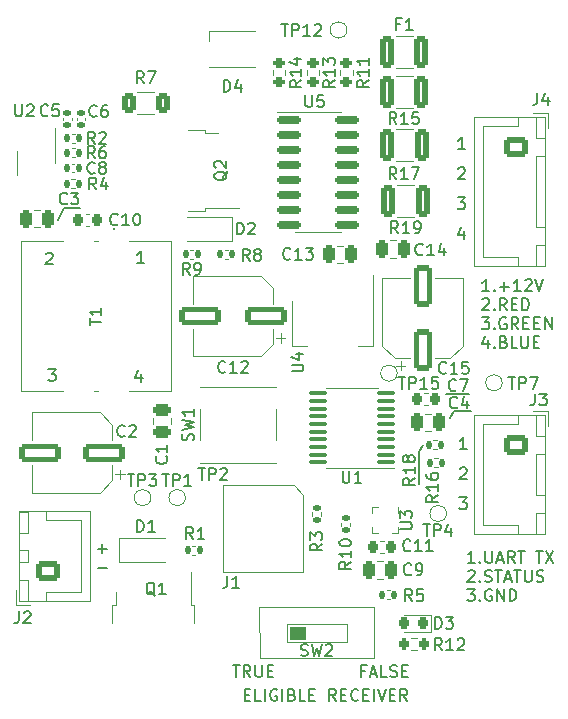
<source format=gto>
%TF.GenerationSoftware,KiCad,Pcbnew,(6.0.1-0)*%
%TF.CreationDate,2022-10-24T18:59:44-05:00*%
%TF.ProjectId,tackle_sensor_hardware,7461636b-6c65-45f7-9365-6e736f725f68,rev?*%
%TF.SameCoordinates,Original*%
%TF.FileFunction,Legend,Top*%
%TF.FilePolarity,Positive*%
%FSLAX46Y46*%
G04 Gerber Fmt 4.6, Leading zero omitted, Abs format (unit mm)*
G04 Created by KiCad (PCBNEW (6.0.1-0)) date 2022-10-24 18:59:44*
%MOMM*%
%LPD*%
G01*
G04 APERTURE LIST*
G04 Aperture macros list*
%AMRoundRect*
0 Rectangle with rounded corners*
0 $1 Rounding radius*
0 $2 $3 $4 $5 $6 $7 $8 $9 X,Y pos of 4 corners*
0 Add a 4 corners polygon primitive as box body*
4,1,4,$2,$3,$4,$5,$6,$7,$8,$9,$2,$3,0*
0 Add four circle primitives for the rounded corners*
1,1,$1+$1,$2,$3*
1,1,$1+$1,$4,$5*
1,1,$1+$1,$6,$7*
1,1,$1+$1,$8,$9*
0 Add four rect primitives between the rounded corners*
20,1,$1+$1,$2,$3,$4,$5,0*
20,1,$1+$1,$4,$5,$6,$7,0*
20,1,$1+$1,$6,$7,$8,$9,0*
20,1,$1+$1,$8,$9,$2,$3,0*%
G04 Aperture macros list end*
%ADD10C,0.150000*%
%ADD11C,0.155000*%
%ADD12C,0.120000*%
%ADD13RoundRect,0.200000X-0.275000X0.200000X-0.275000X-0.200000X0.275000X-0.200000X0.275000X0.200000X0*%
%ADD14RoundRect,0.250000X-0.725000X0.600000X-0.725000X-0.600000X0.725000X-0.600000X0.725000X0.600000X0*%
%ADD15O,1.950000X1.700000*%
%ADD16R,0.450000X1.450000*%
%ADD17C,3.200000*%
%ADD18RoundRect,0.135000X-0.135000X-0.185000X0.135000X-0.185000X0.135000X0.185000X-0.135000X0.185000X0*%
%ADD19R,0.760000X2.400000*%
%ADD20C,1.000000*%
%ADD21RoundRect,0.250000X0.312500X0.625000X-0.312500X0.625000X-0.312500X-0.625000X0.312500X-0.625000X0*%
%ADD22R,0.700000X1.200000*%
%ADD23RoundRect,0.225000X0.225000X0.250000X-0.225000X0.250000X-0.225000X-0.250000X0.225000X-0.250000X0*%
%ADD24RoundRect,0.250000X0.312500X1.075000X-0.312500X1.075000X-0.312500X-1.075000X0.312500X-1.075000X0*%
%ADD25R,0.350000X0.375000*%
%ADD26R,0.375000X0.350000*%
%ADD27RoundRect,0.225000X-0.225000X-0.250000X0.225000X-0.250000X0.225000X0.250000X-0.225000X0.250000X0*%
%ADD28RoundRect,0.250000X0.750000X-0.600000X0.750000X0.600000X-0.750000X0.600000X-0.750000X-0.600000X0*%
%ADD29O,2.000000X1.700000*%
%ADD30RoundRect,0.200000X0.200000X0.275000X-0.200000X0.275000X-0.200000X-0.275000X0.200000X-0.275000X0*%
%ADD31RoundRect,0.250000X0.250000X0.475000X-0.250000X0.475000X-0.250000X-0.475000X0.250000X-0.475000X0*%
%ADD32RoundRect,0.250000X1.500000X0.550000X-1.500000X0.550000X-1.500000X-0.550000X1.500000X-0.550000X0*%
%ADD33RoundRect,0.135000X-0.185000X0.135000X-0.185000X-0.135000X0.185000X-0.135000X0.185000X0.135000X0*%
%ADD34C,0.254000*%
%ADD35RoundRect,0.250000X0.550000X-1.500000X0.550000X1.500000X-0.550000X1.500000X-0.550000X-1.500000X0*%
%ADD36R,1.550000X1.300000*%
%ADD37RoundRect,0.100000X0.637500X0.100000X-0.637500X0.100000X-0.637500X-0.100000X0.637500X-0.100000X0*%
%ADD38RoundRect,0.150000X-0.825000X-0.150000X0.825000X-0.150000X0.825000X0.150000X-0.825000X0.150000X0*%
%ADD39RoundRect,0.135000X0.135000X0.185000X-0.135000X0.185000X-0.135000X-0.185000X0.135000X-0.185000X0*%
%ADD40R,1.955800X2.362200*%
%ADD41R,1.200000X2.200000*%
%ADD42R,5.800000X6.400000*%
%ADD43RoundRect,0.140000X0.170000X-0.140000X0.170000X0.140000X-0.170000X0.140000X-0.170000X-0.140000X0*%
%ADD44RoundRect,0.140000X-0.140000X-0.170000X0.140000X-0.170000X0.140000X0.170000X-0.140000X0.170000X0*%
%ADD45RoundRect,0.218750X0.218750X0.256250X-0.218750X0.256250X-0.218750X-0.256250X0.218750X-0.256250X0*%
%ADD46R,1.500000X2.000000*%
%ADD47R,3.800000X2.000000*%
%ADD48RoundRect,0.250000X-0.250000X-0.475000X0.250000X-0.475000X0.250000X0.475000X-0.250000X0.475000X0*%
%ADD49R,2.200000X1.200000*%
%ADD50R,6.400000X5.800000*%
%ADD51R,0.900000X1.200000*%
%ADD52R,1.000000X0.800000*%
%ADD53RoundRect,0.250000X-0.312500X-1.075000X0.312500X-1.075000X0.312500X1.075000X-0.312500X1.075000X0*%
%ADD54RoundRect,0.250000X0.475000X-0.250000X0.475000X0.250000X-0.475000X0.250000X-0.475000X-0.250000X0*%
%ADD55R,1.100000X1.100000*%
G04 APERTURE END LIST*
D10*
X132067276Y-100928514D02*
X132067276Y-101595180D01*
X131829180Y-100547561D02*
X131591085Y-101261847D01*
X132210133Y-101261847D01*
X124228266Y-100493580D02*
X124847314Y-100493580D01*
X124513980Y-100874533D01*
X124656838Y-100874533D01*
X124752076Y-100922152D01*
X124799695Y-100969771D01*
X124847314Y-101065009D01*
X124847314Y-101303104D01*
X124799695Y-101398342D01*
X124752076Y-101445961D01*
X124656838Y-101493580D01*
X124371123Y-101493580D01*
X124275885Y-101445961D01*
X124228266Y-101398342D01*
X124021885Y-90733619D02*
X124069504Y-90686000D01*
X124164742Y-90638380D01*
X124402838Y-90638380D01*
X124498076Y-90686000D01*
X124545695Y-90733619D01*
X124593314Y-90828857D01*
X124593314Y-90924095D01*
X124545695Y-91066952D01*
X123974266Y-91638380D01*
X124593314Y-91638380D01*
X132314914Y-91536780D02*
X131743485Y-91536780D01*
X132029200Y-91536780D02*
X132029200Y-90536780D01*
X131933961Y-90679638D01*
X131838723Y-90774876D01*
X131743485Y-90822495D01*
D11*
X125577600Y-86817200D02*
X125069600Y-87833200D01*
X126898400Y-86817200D02*
X125577600Y-86817200D01*
X159969200Y-104038400D02*
X158546800Y-104038400D01*
X155600400Y-107543600D02*
X155905200Y-106934000D01*
X158546800Y-104038400D02*
X158191200Y-104648000D01*
X155600400Y-110236000D02*
X155600400Y-107543600D01*
X159867600Y-102565200D02*
X157886400Y-102565200D01*
D10*
X151034952Y-126039571D02*
X150701619Y-126039571D01*
X150701619Y-126563380D02*
X150701619Y-125563380D01*
X151177809Y-125563380D01*
X151511142Y-126277666D02*
X151987333Y-126277666D01*
X151415904Y-126563380D02*
X151749238Y-125563380D01*
X152082571Y-126563380D01*
X152892095Y-126563380D02*
X152415904Y-126563380D01*
X152415904Y-125563380D01*
X153177809Y-126515761D02*
X153320666Y-126563380D01*
X153558761Y-126563380D01*
X153654000Y-126515761D01*
X153701619Y-126468142D01*
X153749238Y-126372904D01*
X153749238Y-126277666D01*
X153701619Y-126182428D01*
X153654000Y-126134809D01*
X153558761Y-126087190D01*
X153368285Y-126039571D01*
X153273047Y-125991952D01*
X153225428Y-125944333D01*
X153177809Y-125849095D01*
X153177809Y-125753857D01*
X153225428Y-125658619D01*
X153273047Y-125611000D01*
X153368285Y-125563380D01*
X153606380Y-125563380D01*
X153749238Y-125611000D01*
X154177809Y-126039571D02*
X154511142Y-126039571D01*
X154654000Y-126563380D02*
X154177809Y-126563380D01*
X154177809Y-125563380D01*
X154654000Y-125563380D01*
X159026266Y-111364780D02*
X159645314Y-111364780D01*
X159311980Y-111745733D01*
X159454838Y-111745733D01*
X159550076Y-111793352D01*
X159597695Y-111840971D01*
X159645314Y-111936209D01*
X159645314Y-112174304D01*
X159597695Y-112269542D01*
X159550076Y-112317161D01*
X159454838Y-112364780D01*
X159169123Y-112364780D01*
X159073885Y-112317161D01*
X159026266Y-112269542D01*
X158921485Y-83520019D02*
X158969104Y-83472400D01*
X159064342Y-83424780D01*
X159302438Y-83424780D01*
X159397676Y-83472400D01*
X159445295Y-83520019D01*
X159492914Y-83615257D01*
X159492914Y-83710495D01*
X159445295Y-83853352D01*
X158873866Y-84424780D01*
X159492914Y-84424780D01*
X139843095Y-125563380D02*
X140414523Y-125563380D01*
X140128809Y-126563380D02*
X140128809Y-125563380D01*
X141319285Y-126563380D02*
X140985952Y-126087190D01*
X140747857Y-126563380D02*
X140747857Y-125563380D01*
X141128809Y-125563380D01*
X141224047Y-125611000D01*
X141271666Y-125658619D01*
X141319285Y-125753857D01*
X141319285Y-125896714D01*
X141271666Y-125991952D01*
X141224047Y-126039571D01*
X141128809Y-126087190D01*
X140747857Y-126087190D01*
X141747857Y-125563380D02*
X141747857Y-126372904D01*
X141795476Y-126468142D01*
X141843095Y-126515761D01*
X141938333Y-126563380D01*
X142128809Y-126563380D01*
X142224047Y-126515761D01*
X142271666Y-126468142D01*
X142319285Y-126372904D01*
X142319285Y-125563380D01*
X142795476Y-126039571D02*
X143128809Y-126039571D01*
X143271666Y-126563380D02*
X142795476Y-126563380D01*
X142795476Y-125563380D01*
X143271666Y-125563380D01*
X160320604Y-116901580D02*
X159749176Y-116901580D01*
X160034890Y-116901580D02*
X160034890Y-115901580D01*
X159939652Y-116044438D01*
X159844414Y-116139676D01*
X159749176Y-116187295D01*
X160749176Y-116806342D02*
X160796795Y-116853961D01*
X160749176Y-116901580D01*
X160701557Y-116853961D01*
X160749176Y-116806342D01*
X160749176Y-116901580D01*
X161225366Y-115901580D02*
X161225366Y-116711104D01*
X161272985Y-116806342D01*
X161320604Y-116853961D01*
X161415842Y-116901580D01*
X161606319Y-116901580D01*
X161701557Y-116853961D01*
X161749176Y-116806342D01*
X161796795Y-116711104D01*
X161796795Y-115901580D01*
X162225366Y-116615866D02*
X162701557Y-116615866D01*
X162130128Y-116901580D02*
X162463461Y-115901580D01*
X162796795Y-116901580D01*
X163701557Y-116901580D02*
X163368223Y-116425390D01*
X163130128Y-116901580D02*
X163130128Y-115901580D01*
X163511080Y-115901580D01*
X163606319Y-115949200D01*
X163653938Y-115996819D01*
X163701557Y-116092057D01*
X163701557Y-116234914D01*
X163653938Y-116330152D01*
X163606319Y-116377771D01*
X163511080Y-116425390D01*
X163130128Y-116425390D01*
X163987271Y-115901580D02*
X164558700Y-115901580D01*
X164272985Y-116901580D02*
X164272985Y-115901580D01*
X165511080Y-115901580D02*
X166082509Y-115901580D01*
X165796795Y-116901580D02*
X165796795Y-115901580D01*
X166320604Y-115901580D02*
X166987271Y-116901580D01*
X166987271Y-115901580D02*
X166320604Y-116901580D01*
X159749176Y-117606819D02*
X159796795Y-117559200D01*
X159892033Y-117511580D01*
X160130128Y-117511580D01*
X160225366Y-117559200D01*
X160272985Y-117606819D01*
X160320604Y-117702057D01*
X160320604Y-117797295D01*
X160272985Y-117940152D01*
X159701557Y-118511580D01*
X160320604Y-118511580D01*
X160749176Y-118416342D02*
X160796795Y-118463961D01*
X160749176Y-118511580D01*
X160701557Y-118463961D01*
X160749176Y-118416342D01*
X160749176Y-118511580D01*
X161177747Y-118463961D02*
X161320604Y-118511580D01*
X161558700Y-118511580D01*
X161653938Y-118463961D01*
X161701557Y-118416342D01*
X161749176Y-118321104D01*
X161749176Y-118225866D01*
X161701557Y-118130628D01*
X161653938Y-118083009D01*
X161558700Y-118035390D01*
X161368223Y-117987771D01*
X161272985Y-117940152D01*
X161225366Y-117892533D01*
X161177747Y-117797295D01*
X161177747Y-117702057D01*
X161225366Y-117606819D01*
X161272985Y-117559200D01*
X161368223Y-117511580D01*
X161606319Y-117511580D01*
X161749176Y-117559200D01*
X162034890Y-117511580D02*
X162606319Y-117511580D01*
X162320604Y-118511580D02*
X162320604Y-117511580D01*
X162892033Y-118225866D02*
X163368223Y-118225866D01*
X162796795Y-118511580D02*
X163130128Y-117511580D01*
X163463461Y-118511580D01*
X163653938Y-117511580D02*
X164225366Y-117511580D01*
X163939652Y-118511580D02*
X163939652Y-117511580D01*
X164558700Y-117511580D02*
X164558700Y-118321104D01*
X164606319Y-118416342D01*
X164653938Y-118463961D01*
X164749176Y-118511580D01*
X164939652Y-118511580D01*
X165034890Y-118463961D01*
X165082509Y-118416342D01*
X165130128Y-118321104D01*
X165130128Y-117511580D01*
X165558700Y-118463961D02*
X165701557Y-118511580D01*
X165939652Y-118511580D01*
X166034890Y-118463961D01*
X166082509Y-118416342D01*
X166130128Y-118321104D01*
X166130128Y-118225866D01*
X166082509Y-118130628D01*
X166034890Y-118083009D01*
X165939652Y-118035390D01*
X165749176Y-117987771D01*
X165653938Y-117940152D01*
X165606319Y-117892533D01*
X165558700Y-117797295D01*
X165558700Y-117702057D01*
X165606319Y-117606819D01*
X165653938Y-117559200D01*
X165749176Y-117511580D01*
X165987271Y-117511580D01*
X166130128Y-117559200D01*
X159701557Y-119121580D02*
X160320604Y-119121580D01*
X159987271Y-119502533D01*
X160130128Y-119502533D01*
X160225366Y-119550152D01*
X160272985Y-119597771D01*
X160320604Y-119693009D01*
X160320604Y-119931104D01*
X160272985Y-120026342D01*
X160225366Y-120073961D01*
X160130128Y-120121580D01*
X159844414Y-120121580D01*
X159749176Y-120073961D01*
X159701557Y-120026342D01*
X160749176Y-120026342D02*
X160796795Y-120073961D01*
X160749176Y-120121580D01*
X160701557Y-120073961D01*
X160749176Y-120026342D01*
X160749176Y-120121580D01*
X161749176Y-119169200D02*
X161653938Y-119121580D01*
X161511080Y-119121580D01*
X161368223Y-119169200D01*
X161272985Y-119264438D01*
X161225366Y-119359676D01*
X161177747Y-119550152D01*
X161177747Y-119693009D01*
X161225366Y-119883485D01*
X161272985Y-119978723D01*
X161368223Y-120073961D01*
X161511080Y-120121580D01*
X161606319Y-120121580D01*
X161749176Y-120073961D01*
X161796795Y-120026342D01*
X161796795Y-119693009D01*
X161606319Y-119693009D01*
X162225366Y-120121580D02*
X162225366Y-119121580D01*
X162796795Y-120121580D01*
X162796795Y-119121580D01*
X163272985Y-120121580D02*
X163272985Y-119121580D01*
X163511080Y-119121580D01*
X163653938Y-119169200D01*
X163749176Y-119264438D01*
X163796795Y-119359676D01*
X163844414Y-119550152D01*
X163844414Y-119693009D01*
X163796795Y-119883485D01*
X163749176Y-119978723D01*
X163653938Y-120073961D01*
X163511080Y-120121580D01*
X163272985Y-120121580D01*
X140843857Y-128071571D02*
X141177190Y-128071571D01*
X141320047Y-128595380D02*
X140843857Y-128595380D01*
X140843857Y-127595380D01*
X141320047Y-127595380D01*
X142224809Y-128595380D02*
X141748619Y-128595380D01*
X141748619Y-127595380D01*
X142558142Y-128595380D02*
X142558142Y-127595380D01*
X143558142Y-127643000D02*
X143462904Y-127595380D01*
X143320047Y-127595380D01*
X143177190Y-127643000D01*
X143081952Y-127738238D01*
X143034333Y-127833476D01*
X142986714Y-128023952D01*
X142986714Y-128166809D01*
X143034333Y-128357285D01*
X143081952Y-128452523D01*
X143177190Y-128547761D01*
X143320047Y-128595380D01*
X143415285Y-128595380D01*
X143558142Y-128547761D01*
X143605761Y-128500142D01*
X143605761Y-128166809D01*
X143415285Y-128166809D01*
X144034333Y-128595380D02*
X144034333Y-127595380D01*
X144843857Y-128071571D02*
X144986714Y-128119190D01*
X145034333Y-128166809D01*
X145081952Y-128262047D01*
X145081952Y-128404904D01*
X145034333Y-128500142D01*
X144986714Y-128547761D01*
X144891476Y-128595380D01*
X144510523Y-128595380D01*
X144510523Y-127595380D01*
X144843857Y-127595380D01*
X144939095Y-127643000D01*
X144986714Y-127690619D01*
X145034333Y-127785857D01*
X145034333Y-127881095D01*
X144986714Y-127976333D01*
X144939095Y-128023952D01*
X144843857Y-128071571D01*
X144510523Y-128071571D01*
X145986714Y-128595380D02*
X145510523Y-128595380D01*
X145510523Y-127595380D01*
X146320047Y-128071571D02*
X146653380Y-128071571D01*
X146796238Y-128595380D02*
X146320047Y-128595380D01*
X146320047Y-127595380D01*
X146796238Y-127595380D01*
X148558142Y-128595380D02*
X148224809Y-128119190D01*
X147986714Y-128595380D02*
X147986714Y-127595380D01*
X148367666Y-127595380D01*
X148462904Y-127643000D01*
X148510523Y-127690619D01*
X148558142Y-127785857D01*
X148558142Y-127928714D01*
X148510523Y-128023952D01*
X148462904Y-128071571D01*
X148367666Y-128119190D01*
X147986714Y-128119190D01*
X148986714Y-128071571D02*
X149320047Y-128071571D01*
X149462904Y-128595380D02*
X148986714Y-128595380D01*
X148986714Y-127595380D01*
X149462904Y-127595380D01*
X150462904Y-128500142D02*
X150415285Y-128547761D01*
X150272428Y-128595380D01*
X150177190Y-128595380D01*
X150034333Y-128547761D01*
X149939095Y-128452523D01*
X149891476Y-128357285D01*
X149843857Y-128166809D01*
X149843857Y-128023952D01*
X149891476Y-127833476D01*
X149939095Y-127738238D01*
X150034333Y-127643000D01*
X150177190Y-127595380D01*
X150272428Y-127595380D01*
X150415285Y-127643000D01*
X150462904Y-127690619D01*
X150891476Y-128071571D02*
X151224809Y-128071571D01*
X151367666Y-128595380D02*
X150891476Y-128595380D01*
X150891476Y-127595380D01*
X151367666Y-127595380D01*
X151796238Y-128595380D02*
X151796238Y-127595380D01*
X152129571Y-127595380D02*
X152462904Y-128595380D01*
X152796238Y-127595380D01*
X153129571Y-128071571D02*
X153462904Y-128071571D01*
X153605761Y-128595380D02*
X153129571Y-128595380D01*
X153129571Y-127595380D01*
X153605761Y-127595380D01*
X154605761Y-128595380D02*
X154272428Y-128119190D01*
X154034333Y-128595380D02*
X154034333Y-127595380D01*
X154415285Y-127595380D01*
X154510523Y-127643000D01*
X154558142Y-127690619D01*
X154605761Y-127785857D01*
X154605761Y-127928714D01*
X154558142Y-128023952D01*
X154510523Y-128071571D01*
X154415285Y-128119190D01*
X154034333Y-128119190D01*
X158873866Y-85964780D02*
X159492914Y-85964780D01*
X159159580Y-86345733D01*
X159302438Y-86345733D01*
X159397676Y-86393352D01*
X159445295Y-86440971D01*
X159492914Y-86536209D01*
X159492914Y-86774304D01*
X159445295Y-86869542D01*
X159397676Y-86917161D01*
X159302438Y-86964780D01*
X159016723Y-86964780D01*
X158921485Y-86917161D01*
X158873866Y-86869542D01*
X159397676Y-88838114D02*
X159397676Y-89504780D01*
X159159580Y-88457161D02*
X158921485Y-89171447D01*
X159540533Y-89171447D01*
X159492914Y-81884780D02*
X158921485Y-81884780D01*
X159207200Y-81884780D02*
X159207200Y-80884780D01*
X159111961Y-81027638D01*
X159016723Y-81122876D01*
X158921485Y-81170495D01*
X129158952Y-117319571D02*
X128397047Y-117319571D01*
X129158952Y-115709571D02*
X128397047Y-115709571D01*
X128778000Y-115328619D02*
X128778000Y-116090523D01*
X161539804Y-93896980D02*
X160968376Y-93896980D01*
X161254090Y-93896980D02*
X161254090Y-92896980D01*
X161158852Y-93039838D01*
X161063614Y-93135076D01*
X160968376Y-93182695D01*
X161968376Y-93801742D02*
X162015995Y-93849361D01*
X161968376Y-93896980D01*
X161920757Y-93849361D01*
X161968376Y-93801742D01*
X161968376Y-93896980D01*
X162444566Y-93516028D02*
X163206471Y-93516028D01*
X162825519Y-93896980D02*
X162825519Y-93135076D01*
X164206471Y-93896980D02*
X163635042Y-93896980D01*
X163920757Y-93896980D02*
X163920757Y-92896980D01*
X163825519Y-93039838D01*
X163730280Y-93135076D01*
X163635042Y-93182695D01*
X164587423Y-92992219D02*
X164635042Y-92944600D01*
X164730280Y-92896980D01*
X164968376Y-92896980D01*
X165063614Y-92944600D01*
X165111233Y-92992219D01*
X165158852Y-93087457D01*
X165158852Y-93182695D01*
X165111233Y-93325552D01*
X164539804Y-93896980D01*
X165158852Y-93896980D01*
X165444566Y-92896980D02*
X165777900Y-93896980D01*
X166111233Y-92896980D01*
X160968376Y-94602219D02*
X161015995Y-94554600D01*
X161111233Y-94506980D01*
X161349328Y-94506980D01*
X161444566Y-94554600D01*
X161492185Y-94602219D01*
X161539804Y-94697457D01*
X161539804Y-94792695D01*
X161492185Y-94935552D01*
X160920757Y-95506980D01*
X161539804Y-95506980D01*
X161968376Y-95411742D02*
X162015995Y-95459361D01*
X161968376Y-95506980D01*
X161920757Y-95459361D01*
X161968376Y-95411742D01*
X161968376Y-95506980D01*
X163015995Y-95506980D02*
X162682661Y-95030790D01*
X162444566Y-95506980D02*
X162444566Y-94506980D01*
X162825519Y-94506980D01*
X162920757Y-94554600D01*
X162968376Y-94602219D01*
X163015995Y-94697457D01*
X163015995Y-94840314D01*
X162968376Y-94935552D01*
X162920757Y-94983171D01*
X162825519Y-95030790D01*
X162444566Y-95030790D01*
X163444566Y-94983171D02*
X163777900Y-94983171D01*
X163920757Y-95506980D02*
X163444566Y-95506980D01*
X163444566Y-94506980D01*
X163920757Y-94506980D01*
X164349328Y-95506980D02*
X164349328Y-94506980D01*
X164587423Y-94506980D01*
X164730280Y-94554600D01*
X164825519Y-94649838D01*
X164873138Y-94745076D01*
X164920757Y-94935552D01*
X164920757Y-95078409D01*
X164873138Y-95268885D01*
X164825519Y-95364123D01*
X164730280Y-95459361D01*
X164587423Y-95506980D01*
X164349328Y-95506980D01*
X160920757Y-96116980D02*
X161539804Y-96116980D01*
X161206471Y-96497933D01*
X161349328Y-96497933D01*
X161444566Y-96545552D01*
X161492185Y-96593171D01*
X161539804Y-96688409D01*
X161539804Y-96926504D01*
X161492185Y-97021742D01*
X161444566Y-97069361D01*
X161349328Y-97116980D01*
X161063614Y-97116980D01*
X160968376Y-97069361D01*
X160920757Y-97021742D01*
X161968376Y-97021742D02*
X162015995Y-97069361D01*
X161968376Y-97116980D01*
X161920757Y-97069361D01*
X161968376Y-97021742D01*
X161968376Y-97116980D01*
X162968376Y-96164600D02*
X162873138Y-96116980D01*
X162730280Y-96116980D01*
X162587423Y-96164600D01*
X162492185Y-96259838D01*
X162444566Y-96355076D01*
X162396947Y-96545552D01*
X162396947Y-96688409D01*
X162444566Y-96878885D01*
X162492185Y-96974123D01*
X162587423Y-97069361D01*
X162730280Y-97116980D01*
X162825519Y-97116980D01*
X162968376Y-97069361D01*
X163015995Y-97021742D01*
X163015995Y-96688409D01*
X162825519Y-96688409D01*
X164015995Y-97116980D02*
X163682661Y-96640790D01*
X163444566Y-97116980D02*
X163444566Y-96116980D01*
X163825519Y-96116980D01*
X163920757Y-96164600D01*
X163968376Y-96212219D01*
X164015995Y-96307457D01*
X164015995Y-96450314D01*
X163968376Y-96545552D01*
X163920757Y-96593171D01*
X163825519Y-96640790D01*
X163444566Y-96640790D01*
X164444566Y-96593171D02*
X164777900Y-96593171D01*
X164920757Y-97116980D02*
X164444566Y-97116980D01*
X164444566Y-96116980D01*
X164920757Y-96116980D01*
X165349328Y-96593171D02*
X165682661Y-96593171D01*
X165825519Y-97116980D02*
X165349328Y-97116980D01*
X165349328Y-96116980D01*
X165825519Y-96116980D01*
X166254090Y-97116980D02*
X166254090Y-96116980D01*
X166825519Y-97116980D01*
X166825519Y-96116980D01*
X161444566Y-98060314D02*
X161444566Y-98726980D01*
X161206471Y-97679361D02*
X160968376Y-98393647D01*
X161587423Y-98393647D01*
X161968376Y-98631742D02*
X162015995Y-98679361D01*
X161968376Y-98726980D01*
X161920757Y-98679361D01*
X161968376Y-98631742D01*
X161968376Y-98726980D01*
X162777900Y-98203171D02*
X162920757Y-98250790D01*
X162968376Y-98298409D01*
X163015995Y-98393647D01*
X163015995Y-98536504D01*
X162968376Y-98631742D01*
X162920757Y-98679361D01*
X162825519Y-98726980D01*
X162444566Y-98726980D01*
X162444566Y-97726980D01*
X162777900Y-97726980D01*
X162873138Y-97774600D01*
X162920757Y-97822219D01*
X162968376Y-97917457D01*
X162968376Y-98012695D01*
X162920757Y-98107933D01*
X162873138Y-98155552D01*
X162777900Y-98203171D01*
X162444566Y-98203171D01*
X163920757Y-98726980D02*
X163444566Y-98726980D01*
X163444566Y-97726980D01*
X164254090Y-97726980D02*
X164254090Y-98536504D01*
X164301709Y-98631742D01*
X164349328Y-98679361D01*
X164444566Y-98726980D01*
X164635042Y-98726980D01*
X164730280Y-98679361D01*
X164777900Y-98631742D01*
X164825519Y-98536504D01*
X164825519Y-97726980D01*
X165301709Y-98203171D02*
X165635042Y-98203171D01*
X165777900Y-98726980D02*
X165301709Y-98726980D01*
X165301709Y-97726980D01*
X165777900Y-97726980D01*
X159073885Y-108920019D02*
X159121504Y-108872400D01*
X159216742Y-108824780D01*
X159454838Y-108824780D01*
X159550076Y-108872400D01*
X159597695Y-108920019D01*
X159645314Y-109015257D01*
X159645314Y-109110495D01*
X159597695Y-109253352D01*
X159026266Y-109824780D01*
X159645314Y-109824780D01*
X159645314Y-107284780D02*
X159073885Y-107284780D01*
X159359600Y-107284780D02*
X159359600Y-106284780D01*
X159264361Y-106427638D01*
X159169123Y-106522876D01*
X159073885Y-106570495D01*
%TO.C,R14*%
X145646380Y-76042257D02*
X145170190Y-76375590D01*
X145646380Y-76613685D02*
X144646380Y-76613685D01*
X144646380Y-76232733D01*
X144694000Y-76137495D01*
X144741619Y-76089876D01*
X144836857Y-76042257D01*
X144979714Y-76042257D01*
X145074952Y-76089876D01*
X145122571Y-76137495D01*
X145170190Y-76232733D01*
X145170190Y-76613685D01*
X145646380Y-75089876D02*
X145646380Y-75661304D01*
X145646380Y-75375590D02*
X144646380Y-75375590D01*
X144789238Y-75470828D01*
X144884476Y-75566066D01*
X144932095Y-75661304D01*
X144979714Y-74232733D02*
X145646380Y-74232733D01*
X144598761Y-74470828D02*
X145313047Y-74708923D01*
X145313047Y-74089876D01*
%TO.C,J3*%
X165418666Y-102565580D02*
X165418666Y-103279866D01*
X165371047Y-103422723D01*
X165275809Y-103517961D01*
X165132952Y-103565580D01*
X165037714Y-103565580D01*
X165799619Y-102565580D02*
X166418666Y-102565580D01*
X166085333Y-102946533D01*
X166228190Y-102946533D01*
X166323428Y-102994152D01*
X166371047Y-103041771D01*
X166418666Y-103137009D01*
X166418666Y-103375104D01*
X166371047Y-103470342D01*
X166323428Y-103517961D01*
X166228190Y-103565580D01*
X165942476Y-103565580D01*
X165847238Y-103517961D01*
X165799619Y-103470342D01*
%TO.C,U2*%
X121412095Y-78090780D02*
X121412095Y-78900304D01*
X121459714Y-78995542D01*
X121507333Y-79043161D01*
X121602571Y-79090780D01*
X121793047Y-79090780D01*
X121888285Y-79043161D01*
X121935904Y-78995542D01*
X121983523Y-78900304D01*
X121983523Y-78090780D01*
X122412095Y-78186019D02*
X122459714Y-78138400D01*
X122554952Y-78090780D01*
X122793047Y-78090780D01*
X122888285Y-78138400D01*
X122935904Y-78186019D01*
X122983523Y-78281257D01*
X122983523Y-78376495D01*
X122935904Y-78519352D01*
X122364476Y-79090780D01*
X122983523Y-79090780D01*
%TO.C,R16*%
X157221180Y-111183657D02*
X156744990Y-111516990D01*
X157221180Y-111755085D02*
X156221180Y-111755085D01*
X156221180Y-111374133D01*
X156268800Y-111278895D01*
X156316419Y-111231276D01*
X156411657Y-111183657D01*
X156554514Y-111183657D01*
X156649752Y-111231276D01*
X156697371Y-111278895D01*
X156744990Y-111374133D01*
X156744990Y-111755085D01*
X157221180Y-110231276D02*
X157221180Y-110802704D01*
X157221180Y-110516990D02*
X156221180Y-110516990D01*
X156364038Y-110612228D01*
X156459276Y-110707466D01*
X156506895Y-110802704D01*
X156221180Y-109374133D02*
X156221180Y-109564609D01*
X156268800Y-109659847D01*
X156316419Y-109707466D01*
X156459276Y-109802704D01*
X156649752Y-109850323D01*
X157030704Y-109850323D01*
X157125942Y-109802704D01*
X157173561Y-109755085D01*
X157221180Y-109659847D01*
X157221180Y-109469371D01*
X157173561Y-109374133D01*
X157125942Y-109326514D01*
X157030704Y-109278895D01*
X156792609Y-109278895D01*
X156697371Y-109326514D01*
X156649752Y-109374133D01*
X156602133Y-109469371D01*
X156602133Y-109659847D01*
X156649752Y-109755085D01*
X156697371Y-109802704D01*
X156792609Y-109850323D01*
%TO.C,J1*%
X139366666Y-118019580D02*
X139366666Y-118733866D01*
X139319047Y-118876723D01*
X139223809Y-118971961D01*
X139080952Y-119019580D01*
X138985714Y-119019580D01*
X140366666Y-119019580D02*
X139795238Y-119019580D01*
X140080952Y-119019580D02*
X140080952Y-118019580D01*
X139985714Y-118162438D01*
X139890476Y-118257676D01*
X139795238Y-118305295D01*
%TO.C,TP1*%
X133866095Y-109383380D02*
X134437523Y-109383380D01*
X134151809Y-110383380D02*
X134151809Y-109383380D01*
X134770857Y-110383380D02*
X134770857Y-109383380D01*
X135151809Y-109383380D01*
X135247047Y-109431000D01*
X135294666Y-109478619D01*
X135342285Y-109573857D01*
X135342285Y-109716714D01*
X135294666Y-109811952D01*
X135247047Y-109859571D01*
X135151809Y-109907190D01*
X134770857Y-109907190D01*
X136294666Y-110383380D02*
X135723238Y-110383380D01*
X136008952Y-110383380D02*
X136008952Y-109383380D01*
X135913714Y-109526238D01*
X135818476Y-109621476D01*
X135723238Y-109669095D01*
%TO.C,R7*%
X132298333Y-76296780D02*
X131965000Y-75820590D01*
X131726904Y-76296780D02*
X131726904Y-75296780D01*
X132107857Y-75296780D01*
X132203095Y-75344400D01*
X132250714Y-75392019D01*
X132298333Y-75487257D01*
X132298333Y-75630114D01*
X132250714Y-75725352D01*
X132203095Y-75772971D01*
X132107857Y-75820590D01*
X131726904Y-75820590D01*
X132631666Y-75296780D02*
X133298333Y-75296780D01*
X132869761Y-76296780D01*
%TO.C,R1*%
X136485333Y-114879380D02*
X136152000Y-114403190D01*
X135913904Y-114879380D02*
X135913904Y-113879380D01*
X136294857Y-113879380D01*
X136390095Y-113927000D01*
X136437714Y-113974619D01*
X136485333Y-114069857D01*
X136485333Y-114212714D01*
X136437714Y-114307952D01*
X136390095Y-114355571D01*
X136294857Y-114403190D01*
X135913904Y-114403190D01*
X137437714Y-114879380D02*
X136866285Y-114879380D01*
X137152000Y-114879380D02*
X137152000Y-113879380D01*
X137056761Y-114022238D01*
X136961523Y-114117476D01*
X136866285Y-114165095D01*
%TO.C,SW2*%
X145605666Y-124737761D02*
X145748523Y-124785380D01*
X145986619Y-124785380D01*
X146081857Y-124737761D01*
X146129476Y-124690142D01*
X146177095Y-124594904D01*
X146177095Y-124499666D01*
X146129476Y-124404428D01*
X146081857Y-124356809D01*
X145986619Y-124309190D01*
X145796142Y-124261571D01*
X145700904Y-124213952D01*
X145653285Y-124166333D01*
X145605666Y-124071095D01*
X145605666Y-123975857D01*
X145653285Y-123880619D01*
X145700904Y-123833000D01*
X145796142Y-123785380D01*
X146034238Y-123785380D01*
X146177095Y-123833000D01*
X146510428Y-123785380D02*
X146748523Y-124785380D01*
X146939000Y-124071095D01*
X147129476Y-124785380D01*
X147367571Y-123785380D01*
X147700904Y-123880619D02*
X147748523Y-123833000D01*
X147843761Y-123785380D01*
X148081857Y-123785380D01*
X148177095Y-123833000D01*
X148224714Y-123880619D01*
X148272333Y-123975857D01*
X148272333Y-124071095D01*
X148224714Y-124213952D01*
X147653285Y-124785380D01*
X148272333Y-124785380D01*
%TO.C,C11*%
X154868942Y-115825542D02*
X154821323Y-115873161D01*
X154678466Y-115920780D01*
X154583228Y-115920780D01*
X154440371Y-115873161D01*
X154345133Y-115777923D01*
X154297514Y-115682685D01*
X154249895Y-115492209D01*
X154249895Y-115349352D01*
X154297514Y-115158876D01*
X154345133Y-115063638D01*
X154440371Y-114968400D01*
X154583228Y-114920780D01*
X154678466Y-114920780D01*
X154821323Y-114968400D01*
X154868942Y-115016019D01*
X155821323Y-115920780D02*
X155249895Y-115920780D01*
X155535609Y-115920780D02*
X155535609Y-114920780D01*
X155440371Y-115063638D01*
X155345133Y-115158876D01*
X155249895Y-115206495D01*
X156773704Y-115920780D02*
X156202276Y-115920780D01*
X156487990Y-115920780D02*
X156487990Y-114920780D01*
X156392752Y-115063638D01*
X156297514Y-115158876D01*
X156202276Y-115206495D01*
%TO.C,R19*%
X153829242Y-88990780D02*
X153495909Y-88514590D01*
X153257814Y-88990780D02*
X153257814Y-87990780D01*
X153638766Y-87990780D01*
X153734004Y-88038400D01*
X153781623Y-88086019D01*
X153829242Y-88181257D01*
X153829242Y-88324114D01*
X153781623Y-88419352D01*
X153734004Y-88466971D01*
X153638766Y-88514590D01*
X153257814Y-88514590D01*
X154781623Y-88990780D02*
X154210195Y-88990780D01*
X154495909Y-88990780D02*
X154495909Y-87990780D01*
X154400671Y-88133638D01*
X154305433Y-88228876D01*
X154210195Y-88276495D01*
X155257814Y-88990780D02*
X155448290Y-88990780D01*
X155543528Y-88943161D01*
X155591147Y-88895542D01*
X155686385Y-88752685D01*
X155734004Y-88562209D01*
X155734004Y-88181257D01*
X155686385Y-88086019D01*
X155638766Y-88038400D01*
X155543528Y-87990780D01*
X155353052Y-87990780D01*
X155257814Y-88038400D01*
X155210195Y-88086019D01*
X155162576Y-88181257D01*
X155162576Y-88419352D01*
X155210195Y-88514590D01*
X155257814Y-88562209D01*
X155353052Y-88609828D01*
X155543528Y-88609828D01*
X155638766Y-88562209D01*
X155686385Y-88514590D01*
X155734004Y-88419352D01*
%TO.C,R17*%
X153687542Y-84424780D02*
X153354209Y-83948590D01*
X153116114Y-84424780D02*
X153116114Y-83424780D01*
X153497066Y-83424780D01*
X153592304Y-83472400D01*
X153639923Y-83520019D01*
X153687542Y-83615257D01*
X153687542Y-83758114D01*
X153639923Y-83853352D01*
X153592304Y-83900971D01*
X153497066Y-83948590D01*
X153116114Y-83948590D01*
X154639923Y-84424780D02*
X154068495Y-84424780D01*
X154354209Y-84424780D02*
X154354209Y-83424780D01*
X154258971Y-83567638D01*
X154163733Y-83662876D01*
X154068495Y-83710495D01*
X154973257Y-83424780D02*
X155639923Y-83424780D01*
X155211352Y-84424780D01*
%TO.C,U3*%
X154007180Y-114045904D02*
X154816704Y-114045904D01*
X154911942Y-113998285D01*
X154959561Y-113950666D01*
X155007180Y-113855428D01*
X155007180Y-113664952D01*
X154959561Y-113569714D01*
X154911942Y-113522095D01*
X154816704Y-113474476D01*
X154007180Y-113474476D01*
X154007180Y-113093523D02*
X154007180Y-112474476D01*
X154388133Y-112807809D01*
X154388133Y-112664952D01*
X154435752Y-112569714D01*
X154483371Y-112522095D01*
X154578609Y-112474476D01*
X154816704Y-112474476D01*
X154911942Y-112522095D01*
X154959561Y-112569714D01*
X155007180Y-112664952D01*
X155007180Y-112950666D01*
X154959561Y-113045904D01*
X154911942Y-113093523D01*
%TO.C,C7*%
X158735733Y-102261942D02*
X158688114Y-102309561D01*
X158545257Y-102357180D01*
X158450019Y-102357180D01*
X158307161Y-102309561D01*
X158211923Y-102214323D01*
X158164304Y-102119085D01*
X158116685Y-101928609D01*
X158116685Y-101785752D01*
X158164304Y-101595276D01*
X158211923Y-101500038D01*
X158307161Y-101404800D01*
X158450019Y-101357180D01*
X158545257Y-101357180D01*
X158688114Y-101404800D01*
X158735733Y-101452419D01*
X159069066Y-101357180D02*
X159735733Y-101357180D01*
X159307161Y-102357180D01*
%TO.C,J2*%
X121730666Y-121011380D02*
X121730666Y-121725666D01*
X121683047Y-121868523D01*
X121587809Y-121963761D01*
X121444952Y-122011380D01*
X121349714Y-122011380D01*
X122159238Y-121106619D02*
X122206857Y-121059000D01*
X122302095Y-121011380D01*
X122540190Y-121011380D01*
X122635428Y-121059000D01*
X122683047Y-121106619D01*
X122730666Y-121201857D01*
X122730666Y-121297095D01*
X122683047Y-121439952D01*
X122111619Y-122011380D01*
X122730666Y-122011380D01*
%TO.C,R12*%
X157536142Y-124302780D02*
X157202809Y-123826590D01*
X156964714Y-124302780D02*
X156964714Y-123302780D01*
X157345666Y-123302780D01*
X157440904Y-123350400D01*
X157488523Y-123398019D01*
X157536142Y-123493257D01*
X157536142Y-123636114D01*
X157488523Y-123731352D01*
X157440904Y-123778971D01*
X157345666Y-123826590D01*
X156964714Y-123826590D01*
X158488523Y-124302780D02*
X157917095Y-124302780D01*
X158202809Y-124302780D02*
X158202809Y-123302780D01*
X158107571Y-123445638D01*
X158012333Y-123540876D01*
X157917095Y-123588495D01*
X158869476Y-123398019D02*
X158917095Y-123350400D01*
X159012333Y-123302780D01*
X159250428Y-123302780D01*
X159345666Y-123350400D01*
X159393285Y-123398019D01*
X159440904Y-123493257D01*
X159440904Y-123588495D01*
X159393285Y-123731352D01*
X158821857Y-124302780D01*
X159440904Y-124302780D01*
%TO.C,C3*%
X125817333Y-86463142D02*
X125769714Y-86510761D01*
X125626857Y-86558380D01*
X125531619Y-86558380D01*
X125388761Y-86510761D01*
X125293523Y-86415523D01*
X125245904Y-86320285D01*
X125198285Y-86129809D01*
X125198285Y-85986952D01*
X125245904Y-85796476D01*
X125293523Y-85701238D01*
X125388761Y-85606000D01*
X125531619Y-85558380D01*
X125626857Y-85558380D01*
X125769714Y-85606000D01*
X125817333Y-85653619D01*
X126150666Y-85558380D02*
X126769714Y-85558380D01*
X126436380Y-85939333D01*
X126579238Y-85939333D01*
X126674476Y-85986952D01*
X126722095Y-86034571D01*
X126769714Y-86129809D01*
X126769714Y-86367904D01*
X126722095Y-86463142D01*
X126674476Y-86510761D01*
X126579238Y-86558380D01*
X126293523Y-86558380D01*
X126198285Y-86510761D01*
X126150666Y-86463142D01*
%TO.C,C2*%
X130676333Y-106148142D02*
X130628714Y-106195761D01*
X130485857Y-106243380D01*
X130390619Y-106243380D01*
X130247761Y-106195761D01*
X130152523Y-106100523D01*
X130104904Y-106005285D01*
X130057285Y-105814809D01*
X130057285Y-105671952D01*
X130104904Y-105481476D01*
X130152523Y-105386238D01*
X130247761Y-105291000D01*
X130390619Y-105243380D01*
X130485857Y-105243380D01*
X130628714Y-105291000D01*
X130676333Y-105338619D01*
X131057285Y-105338619D02*
X131104904Y-105291000D01*
X131200142Y-105243380D01*
X131438238Y-105243380D01*
X131533476Y-105291000D01*
X131581095Y-105338619D01*
X131628714Y-105433857D01*
X131628714Y-105529095D01*
X131581095Y-105671952D01*
X131009666Y-106243380D01*
X131628714Y-106243380D01*
%TO.C,R3*%
X147416780Y-115279466D02*
X146940590Y-115612800D01*
X147416780Y-115850895D02*
X146416780Y-115850895D01*
X146416780Y-115469942D01*
X146464400Y-115374704D01*
X146512019Y-115327085D01*
X146607257Y-115279466D01*
X146750114Y-115279466D01*
X146845352Y-115327085D01*
X146892971Y-115374704D01*
X146940590Y-115469942D01*
X146940590Y-115850895D01*
X146416780Y-114946133D02*
X146416780Y-114327085D01*
X146797733Y-114660419D01*
X146797733Y-114517561D01*
X146845352Y-114422323D01*
X146892971Y-114374704D01*
X146988209Y-114327085D01*
X147226304Y-114327085D01*
X147321542Y-114374704D01*
X147369161Y-114422323D01*
X147416780Y-114517561D01*
X147416780Y-114803276D01*
X147369161Y-114898514D01*
X147321542Y-114946133D01*
%TO.C,R11*%
X151335980Y-76042257D02*
X150859790Y-76375590D01*
X151335980Y-76613685D02*
X150335980Y-76613685D01*
X150335980Y-76232733D01*
X150383600Y-76137495D01*
X150431219Y-76089876D01*
X150526457Y-76042257D01*
X150669314Y-76042257D01*
X150764552Y-76089876D01*
X150812171Y-76137495D01*
X150859790Y-76232733D01*
X150859790Y-76613685D01*
X151335980Y-75089876D02*
X151335980Y-75661304D01*
X151335980Y-75375590D02*
X150335980Y-75375590D01*
X150478838Y-75470828D01*
X150574076Y-75566066D01*
X150621695Y-75661304D01*
X151335980Y-74137495D02*
X151335980Y-74708923D01*
X151335980Y-74423209D02*
X150335980Y-74423209D01*
X150478838Y-74518447D01*
X150574076Y-74613685D01*
X150621695Y-74708923D01*
%TO.C,R4*%
X128277133Y-85288380D02*
X127943800Y-84812190D01*
X127705704Y-85288380D02*
X127705704Y-84288380D01*
X128086657Y-84288380D01*
X128181895Y-84336000D01*
X128229514Y-84383619D01*
X128277133Y-84478857D01*
X128277133Y-84621714D01*
X128229514Y-84716952D01*
X128181895Y-84764571D01*
X128086657Y-84812190D01*
X127705704Y-84812190D01*
X129134276Y-84621714D02*
X129134276Y-85288380D01*
X128896180Y-84240761D02*
X128658085Y-84955047D01*
X129277133Y-84955047D01*
%TO.C,C15*%
X157903942Y-100788742D02*
X157856323Y-100836361D01*
X157713466Y-100883980D01*
X157618228Y-100883980D01*
X157475371Y-100836361D01*
X157380133Y-100741123D01*
X157332514Y-100645885D01*
X157284895Y-100455409D01*
X157284895Y-100312552D01*
X157332514Y-100122076D01*
X157380133Y-100026838D01*
X157475371Y-99931600D01*
X157618228Y-99883980D01*
X157713466Y-99883980D01*
X157856323Y-99931600D01*
X157903942Y-99979219D01*
X158856323Y-100883980D02*
X158284895Y-100883980D01*
X158570609Y-100883980D02*
X158570609Y-99883980D01*
X158475371Y-100026838D01*
X158380133Y-100122076D01*
X158284895Y-100169695D01*
X159761085Y-99883980D02*
X159284895Y-99883980D01*
X159237276Y-100360171D01*
X159284895Y-100312552D01*
X159380133Y-100264933D01*
X159618228Y-100264933D01*
X159713466Y-100312552D01*
X159761085Y-100360171D01*
X159808704Y-100455409D01*
X159808704Y-100693504D01*
X159761085Y-100788742D01*
X159713466Y-100836361D01*
X159618228Y-100883980D01*
X159380133Y-100883980D01*
X159284895Y-100836361D01*
X159237276Y-100788742D01*
%TO.C,SW1*%
X136472561Y-106540133D02*
X136520180Y-106397276D01*
X136520180Y-106159180D01*
X136472561Y-106063942D01*
X136424942Y-106016323D01*
X136329704Y-105968704D01*
X136234466Y-105968704D01*
X136139228Y-106016323D01*
X136091609Y-106063942D01*
X136043990Y-106159180D01*
X135996371Y-106349657D01*
X135948752Y-106444895D01*
X135901133Y-106492514D01*
X135805895Y-106540133D01*
X135710657Y-106540133D01*
X135615419Y-106492514D01*
X135567800Y-106444895D01*
X135520180Y-106349657D01*
X135520180Y-106111561D01*
X135567800Y-105968704D01*
X135520180Y-105635371D02*
X136520180Y-105397276D01*
X135805895Y-105206800D01*
X136520180Y-105016323D01*
X135520180Y-104778228D01*
X136520180Y-103873466D02*
X136520180Y-104444895D01*
X136520180Y-104159180D02*
X135520180Y-104159180D01*
X135663038Y-104254419D01*
X135758276Y-104349657D01*
X135805895Y-104444895D01*
%TO.C,TP7*%
X163177695Y-101153980D02*
X163749123Y-101153980D01*
X163463409Y-102153980D02*
X163463409Y-101153980D01*
X164082457Y-102153980D02*
X164082457Y-101153980D01*
X164463409Y-101153980D01*
X164558647Y-101201600D01*
X164606266Y-101249219D01*
X164653885Y-101344457D01*
X164653885Y-101487314D01*
X164606266Y-101582552D01*
X164558647Y-101630171D01*
X164463409Y-101677790D01*
X164082457Y-101677790D01*
X164987219Y-101153980D02*
X165653885Y-101153980D01*
X165225314Y-102153980D01*
%TO.C,U1*%
X149148895Y-109113180D02*
X149148895Y-109922704D01*
X149196514Y-110017942D01*
X149244133Y-110065561D01*
X149339371Y-110113180D01*
X149529847Y-110113180D01*
X149625085Y-110065561D01*
X149672704Y-110017942D01*
X149720323Y-109922704D01*
X149720323Y-109113180D01*
X150720323Y-110113180D02*
X150148895Y-110113180D01*
X150434609Y-110113180D02*
X150434609Y-109113180D01*
X150339371Y-109256038D01*
X150244133Y-109351276D01*
X150148895Y-109398895D01*
%TO.C,R18*%
X155239980Y-109710457D02*
X154763790Y-110043790D01*
X155239980Y-110281885D02*
X154239980Y-110281885D01*
X154239980Y-109900933D01*
X154287600Y-109805695D01*
X154335219Y-109758076D01*
X154430457Y-109710457D01*
X154573314Y-109710457D01*
X154668552Y-109758076D01*
X154716171Y-109805695D01*
X154763790Y-109900933D01*
X154763790Y-110281885D01*
X155239980Y-108758076D02*
X155239980Y-109329504D01*
X155239980Y-109043790D02*
X154239980Y-109043790D01*
X154382838Y-109139028D01*
X154478076Y-109234266D01*
X154525695Y-109329504D01*
X154668552Y-108186647D02*
X154620933Y-108281885D01*
X154573314Y-108329504D01*
X154478076Y-108377123D01*
X154430457Y-108377123D01*
X154335219Y-108329504D01*
X154287600Y-108281885D01*
X154239980Y-108186647D01*
X154239980Y-107996171D01*
X154287600Y-107900933D01*
X154335219Y-107853314D01*
X154430457Y-107805695D01*
X154478076Y-107805695D01*
X154573314Y-107853314D01*
X154620933Y-107900933D01*
X154668552Y-107996171D01*
X154668552Y-108186647D01*
X154716171Y-108281885D01*
X154763790Y-108329504D01*
X154859028Y-108377123D01*
X155049504Y-108377123D01*
X155144742Y-108329504D01*
X155192361Y-108281885D01*
X155239980Y-108186647D01*
X155239980Y-107996171D01*
X155192361Y-107900933D01*
X155144742Y-107853314D01*
X155049504Y-107805695D01*
X154859028Y-107805695D01*
X154763790Y-107853314D01*
X154716171Y-107900933D01*
X154668552Y-107996171D01*
%TO.C,C9*%
X154946133Y-117857542D02*
X154898514Y-117905161D01*
X154755657Y-117952780D01*
X154660419Y-117952780D01*
X154517561Y-117905161D01*
X154422323Y-117809923D01*
X154374704Y-117714685D01*
X154327085Y-117524209D01*
X154327085Y-117381352D01*
X154374704Y-117190876D01*
X154422323Y-117095638D01*
X154517561Y-117000400D01*
X154660419Y-116952780D01*
X154755657Y-116952780D01*
X154898514Y-117000400D01*
X154946133Y-117048019D01*
X155422323Y-117952780D02*
X155612800Y-117952780D01*
X155708038Y-117905161D01*
X155755657Y-117857542D01*
X155850895Y-117714685D01*
X155898514Y-117524209D01*
X155898514Y-117143257D01*
X155850895Y-117048019D01*
X155803276Y-117000400D01*
X155708038Y-116952780D01*
X155517561Y-116952780D01*
X155422323Y-117000400D01*
X155374704Y-117048019D01*
X155327085Y-117143257D01*
X155327085Y-117381352D01*
X155374704Y-117476590D01*
X155422323Y-117524209D01*
X155517561Y-117571828D01*
X155708038Y-117571828D01*
X155803276Y-117524209D01*
X155850895Y-117476590D01*
X155898514Y-117381352D01*
%TO.C,U5*%
X145988095Y-77300380D02*
X145988095Y-78109904D01*
X146035714Y-78205142D01*
X146083333Y-78252761D01*
X146178571Y-78300380D01*
X146369047Y-78300380D01*
X146464285Y-78252761D01*
X146511904Y-78205142D01*
X146559523Y-78109904D01*
X146559523Y-77300380D01*
X147511904Y-77300380D02*
X147035714Y-77300380D01*
X146988095Y-77776571D01*
X147035714Y-77728952D01*
X147130952Y-77681333D01*
X147369047Y-77681333D01*
X147464285Y-77728952D01*
X147511904Y-77776571D01*
X147559523Y-77871809D01*
X147559523Y-78109904D01*
X147511904Y-78205142D01*
X147464285Y-78252761D01*
X147369047Y-78300380D01*
X147130952Y-78300380D01*
X147035714Y-78252761D01*
X146988095Y-78205142D01*
%TO.C,R9*%
X136176533Y-92501980D02*
X135843200Y-92025790D01*
X135605104Y-92501980D02*
X135605104Y-91501980D01*
X135986057Y-91501980D01*
X136081295Y-91549600D01*
X136128914Y-91597219D01*
X136176533Y-91692457D01*
X136176533Y-91835314D01*
X136128914Y-91930552D01*
X136081295Y-91978171D01*
X135986057Y-92025790D01*
X135605104Y-92025790D01*
X136652723Y-92501980D02*
X136843200Y-92501980D01*
X136938438Y-92454361D01*
X136986057Y-92406742D01*
X137081295Y-92263885D01*
X137128914Y-92073409D01*
X137128914Y-91692457D01*
X137081295Y-91597219D01*
X137033676Y-91549600D01*
X136938438Y-91501980D01*
X136747961Y-91501980D01*
X136652723Y-91549600D01*
X136605104Y-91597219D01*
X136557485Y-91692457D01*
X136557485Y-91930552D01*
X136605104Y-92025790D01*
X136652723Y-92073409D01*
X136747961Y-92121028D01*
X136938438Y-92121028D01*
X137033676Y-92073409D01*
X137081295Y-92025790D01*
X137128914Y-91930552D01*
%TO.C,R2*%
X128154133Y-81422380D02*
X127820800Y-80946190D01*
X127582704Y-81422380D02*
X127582704Y-80422380D01*
X127963657Y-80422380D01*
X128058895Y-80470000D01*
X128106514Y-80517619D01*
X128154133Y-80612857D01*
X128154133Y-80755714D01*
X128106514Y-80850952D01*
X128058895Y-80898571D01*
X127963657Y-80946190D01*
X127582704Y-80946190D01*
X128535085Y-80517619D02*
X128582704Y-80470000D01*
X128677942Y-80422380D01*
X128916038Y-80422380D01*
X129011276Y-80470000D01*
X129058895Y-80517619D01*
X129106514Y-80612857D01*
X129106514Y-80708095D01*
X129058895Y-80850952D01*
X128487466Y-81422380D01*
X129106514Y-81422380D01*
%TO.C,T1*%
X127722380Y-96773904D02*
X127722380Y-96202476D01*
X128722380Y-96488190D02*
X127722380Y-96488190D01*
X128722380Y-95345333D02*
X128722380Y-95916761D01*
X128722380Y-95631047D02*
X127722380Y-95631047D01*
X127865238Y-95726285D01*
X127960476Y-95821523D01*
X128008095Y-95916761D01*
%TO.C,R8*%
X141260533Y-91333580D02*
X140927200Y-90857390D01*
X140689104Y-91333580D02*
X140689104Y-90333580D01*
X141070057Y-90333580D01*
X141165295Y-90381200D01*
X141212914Y-90428819D01*
X141260533Y-90524057D01*
X141260533Y-90666914D01*
X141212914Y-90762152D01*
X141165295Y-90809771D01*
X141070057Y-90857390D01*
X140689104Y-90857390D01*
X141831961Y-90762152D02*
X141736723Y-90714533D01*
X141689104Y-90666914D01*
X141641485Y-90571676D01*
X141641485Y-90524057D01*
X141689104Y-90428819D01*
X141736723Y-90381200D01*
X141831961Y-90333580D01*
X142022438Y-90333580D01*
X142117676Y-90381200D01*
X142165295Y-90428819D01*
X142212914Y-90524057D01*
X142212914Y-90571676D01*
X142165295Y-90666914D01*
X142117676Y-90714533D01*
X142022438Y-90762152D01*
X141831961Y-90762152D01*
X141736723Y-90809771D01*
X141689104Y-90857390D01*
X141641485Y-90952628D01*
X141641485Y-91143104D01*
X141689104Y-91238342D01*
X141736723Y-91285961D01*
X141831961Y-91333580D01*
X142022438Y-91333580D01*
X142117676Y-91285961D01*
X142165295Y-91238342D01*
X142212914Y-91143104D01*
X142212914Y-90952628D01*
X142165295Y-90857390D01*
X142117676Y-90809771D01*
X142022438Y-90762152D01*
%TO.C,R5*%
X155027333Y-120137180D02*
X154694000Y-119660990D01*
X154455904Y-120137180D02*
X154455904Y-119137180D01*
X154836857Y-119137180D01*
X154932095Y-119184800D01*
X154979714Y-119232419D01*
X155027333Y-119327657D01*
X155027333Y-119470514D01*
X154979714Y-119565752D01*
X154932095Y-119613371D01*
X154836857Y-119660990D01*
X154455904Y-119660990D01*
X155932095Y-119137180D02*
X155455904Y-119137180D01*
X155408285Y-119613371D01*
X155455904Y-119565752D01*
X155551142Y-119518133D01*
X155789238Y-119518133D01*
X155884476Y-119565752D01*
X155932095Y-119613371D01*
X155979714Y-119708609D01*
X155979714Y-119946704D01*
X155932095Y-120041942D01*
X155884476Y-120089561D01*
X155789238Y-120137180D01*
X155551142Y-120137180D01*
X155455904Y-120089561D01*
X155408285Y-120041942D01*
%TO.C,Q1*%
X133256761Y-119673619D02*
X133161523Y-119626000D01*
X133066285Y-119530761D01*
X132923428Y-119387904D01*
X132828190Y-119340285D01*
X132732952Y-119340285D01*
X132780571Y-119578380D02*
X132685333Y-119530761D01*
X132590095Y-119435523D01*
X132542476Y-119245047D01*
X132542476Y-118911714D01*
X132590095Y-118721238D01*
X132685333Y-118626000D01*
X132780571Y-118578380D01*
X132971047Y-118578380D01*
X133066285Y-118626000D01*
X133161523Y-118721238D01*
X133209142Y-118911714D01*
X133209142Y-119245047D01*
X133161523Y-119435523D01*
X133066285Y-119530761D01*
X132971047Y-119578380D01*
X132780571Y-119578380D01*
X134161523Y-119578380D02*
X133590095Y-119578380D01*
X133875809Y-119578380D02*
X133875809Y-118578380D01*
X133780571Y-118721238D01*
X133685333Y-118816476D01*
X133590095Y-118864095D01*
%TO.C,C6*%
X128306533Y-79046342D02*
X128258914Y-79093961D01*
X128116057Y-79141580D01*
X128020819Y-79141580D01*
X127877961Y-79093961D01*
X127782723Y-78998723D01*
X127735104Y-78903485D01*
X127687485Y-78713009D01*
X127687485Y-78570152D01*
X127735104Y-78379676D01*
X127782723Y-78284438D01*
X127877961Y-78189200D01*
X128020819Y-78141580D01*
X128116057Y-78141580D01*
X128258914Y-78189200D01*
X128306533Y-78236819D01*
X129163676Y-78141580D02*
X128973200Y-78141580D01*
X128877961Y-78189200D01*
X128830342Y-78236819D01*
X128735104Y-78379676D01*
X128687485Y-78570152D01*
X128687485Y-78951104D01*
X128735104Y-79046342D01*
X128782723Y-79093961D01*
X128877961Y-79141580D01*
X129068438Y-79141580D01*
X129163676Y-79093961D01*
X129211295Y-79046342D01*
X129258914Y-78951104D01*
X129258914Y-78713009D01*
X129211295Y-78617771D01*
X129163676Y-78570152D01*
X129068438Y-78522533D01*
X128877961Y-78522533D01*
X128782723Y-78570152D01*
X128735104Y-78617771D01*
X128687485Y-78713009D01*
%TO.C,R13*%
X148491180Y-76042257D02*
X148014990Y-76375590D01*
X148491180Y-76613685D02*
X147491180Y-76613685D01*
X147491180Y-76232733D01*
X147538800Y-76137495D01*
X147586419Y-76089876D01*
X147681657Y-76042257D01*
X147824514Y-76042257D01*
X147919752Y-76089876D01*
X147967371Y-76137495D01*
X148014990Y-76232733D01*
X148014990Y-76613685D01*
X148491180Y-75089876D02*
X148491180Y-75661304D01*
X148491180Y-75375590D02*
X147491180Y-75375590D01*
X147634038Y-75470828D01*
X147729276Y-75566066D01*
X147776895Y-75661304D01*
X147491180Y-74756542D02*
X147491180Y-74137495D01*
X147872133Y-74470828D01*
X147872133Y-74327971D01*
X147919752Y-74232733D01*
X147967371Y-74185114D01*
X148062609Y-74137495D01*
X148300704Y-74137495D01*
X148395942Y-74185114D01*
X148443561Y-74232733D01*
X148491180Y-74327971D01*
X148491180Y-74613685D01*
X148443561Y-74708923D01*
X148395942Y-74756542D01*
%TO.C,C8*%
X128148933Y-83867142D02*
X128101314Y-83914761D01*
X127958457Y-83962380D01*
X127863219Y-83962380D01*
X127720361Y-83914761D01*
X127625123Y-83819523D01*
X127577504Y-83724285D01*
X127529885Y-83533809D01*
X127529885Y-83390952D01*
X127577504Y-83200476D01*
X127625123Y-83105238D01*
X127720361Y-83010000D01*
X127863219Y-82962380D01*
X127958457Y-82962380D01*
X128101314Y-83010000D01*
X128148933Y-83057619D01*
X128720361Y-83390952D02*
X128625123Y-83343333D01*
X128577504Y-83295714D01*
X128529885Y-83200476D01*
X128529885Y-83152857D01*
X128577504Y-83057619D01*
X128625123Y-83010000D01*
X128720361Y-82962380D01*
X128910838Y-82962380D01*
X129006076Y-83010000D01*
X129053695Y-83057619D01*
X129101314Y-83152857D01*
X129101314Y-83200476D01*
X129053695Y-83295714D01*
X129006076Y-83343333D01*
X128910838Y-83390952D01*
X128720361Y-83390952D01*
X128625123Y-83438571D01*
X128577504Y-83486190D01*
X128529885Y-83581428D01*
X128529885Y-83771904D01*
X128577504Y-83867142D01*
X128625123Y-83914761D01*
X128720361Y-83962380D01*
X128910838Y-83962380D01*
X129006076Y-83914761D01*
X129053695Y-83867142D01*
X129101314Y-83771904D01*
X129101314Y-83581428D01*
X129053695Y-83486190D01*
X129006076Y-83438571D01*
X128910838Y-83390952D01*
%TO.C,D3*%
X156958204Y-122473980D02*
X156958204Y-121473980D01*
X157196300Y-121473980D01*
X157339157Y-121521600D01*
X157434395Y-121616838D01*
X157482014Y-121712076D01*
X157529633Y-121902552D01*
X157529633Y-122045409D01*
X157482014Y-122235885D01*
X157434395Y-122331123D01*
X157339157Y-122426361D01*
X157196300Y-122473980D01*
X156958204Y-122473980D01*
X157862966Y-121473980D02*
X158482014Y-121473980D01*
X158148680Y-121854933D01*
X158291538Y-121854933D01*
X158386776Y-121902552D01*
X158434395Y-121950171D01*
X158482014Y-122045409D01*
X158482014Y-122283504D01*
X158434395Y-122378742D01*
X158386776Y-122426361D01*
X158291538Y-122473980D01*
X158005823Y-122473980D01*
X157910585Y-122426361D01*
X157862966Y-122378742D01*
%TO.C,R6*%
X128154133Y-82641580D02*
X127820800Y-82165390D01*
X127582704Y-82641580D02*
X127582704Y-81641580D01*
X127963657Y-81641580D01*
X128058895Y-81689200D01*
X128106514Y-81736819D01*
X128154133Y-81832057D01*
X128154133Y-81974914D01*
X128106514Y-82070152D01*
X128058895Y-82117771D01*
X127963657Y-82165390D01*
X127582704Y-82165390D01*
X129011276Y-81641580D02*
X128820800Y-81641580D01*
X128725561Y-81689200D01*
X128677942Y-81736819D01*
X128582704Y-81879676D01*
X128535085Y-82070152D01*
X128535085Y-82451104D01*
X128582704Y-82546342D01*
X128630323Y-82593961D01*
X128725561Y-82641580D01*
X128916038Y-82641580D01*
X129011276Y-82593961D01*
X129058895Y-82546342D01*
X129106514Y-82451104D01*
X129106514Y-82213009D01*
X129058895Y-82117771D01*
X129011276Y-82070152D01*
X128916038Y-82022533D01*
X128725561Y-82022533D01*
X128630323Y-82070152D01*
X128582704Y-82117771D01*
X128535085Y-82213009D01*
%TO.C,C5*%
X124191733Y-78995542D02*
X124144114Y-79043161D01*
X124001257Y-79090780D01*
X123906019Y-79090780D01*
X123763161Y-79043161D01*
X123667923Y-78947923D01*
X123620304Y-78852685D01*
X123572685Y-78662209D01*
X123572685Y-78519352D01*
X123620304Y-78328876D01*
X123667923Y-78233638D01*
X123763161Y-78138400D01*
X123906019Y-78090780D01*
X124001257Y-78090780D01*
X124144114Y-78138400D01*
X124191733Y-78186019D01*
X125096495Y-78090780D02*
X124620304Y-78090780D01*
X124572685Y-78566971D01*
X124620304Y-78519352D01*
X124715542Y-78471733D01*
X124953638Y-78471733D01*
X125048876Y-78519352D01*
X125096495Y-78566971D01*
X125144114Y-78662209D01*
X125144114Y-78900304D01*
X125096495Y-78995542D01*
X125048876Y-79043161D01*
X124953638Y-79090780D01*
X124715542Y-79090780D01*
X124620304Y-79043161D01*
X124572685Y-78995542D01*
%TO.C,J4*%
X165621866Y-77125580D02*
X165621866Y-77839866D01*
X165574247Y-77982723D01*
X165479009Y-78077961D01*
X165336152Y-78125580D01*
X165240914Y-78125580D01*
X166526628Y-77458914D02*
X166526628Y-78125580D01*
X166288533Y-77077961D02*
X166050438Y-77792247D01*
X166669485Y-77792247D01*
%TO.C,C10*%
X130090342Y-88241142D02*
X130042723Y-88288761D01*
X129899866Y-88336380D01*
X129804628Y-88336380D01*
X129661771Y-88288761D01*
X129566533Y-88193523D01*
X129518914Y-88098285D01*
X129471295Y-87907809D01*
X129471295Y-87764952D01*
X129518914Y-87574476D01*
X129566533Y-87479238D01*
X129661771Y-87384000D01*
X129804628Y-87336380D01*
X129899866Y-87336380D01*
X130042723Y-87384000D01*
X130090342Y-87431619D01*
X131042723Y-88336380D02*
X130471295Y-88336380D01*
X130757009Y-88336380D02*
X130757009Y-87336380D01*
X130661771Y-87479238D01*
X130566533Y-87574476D01*
X130471295Y-87622095D01*
X131661771Y-87336380D02*
X131757009Y-87336380D01*
X131852247Y-87384000D01*
X131899866Y-87431619D01*
X131947485Y-87526857D01*
X131995104Y-87717333D01*
X131995104Y-87955428D01*
X131947485Y-88145904D01*
X131899866Y-88241142D01*
X131852247Y-88288761D01*
X131757009Y-88336380D01*
X131661771Y-88336380D01*
X131566533Y-88288761D01*
X131518914Y-88241142D01*
X131471295Y-88145904D01*
X131423676Y-87955428D01*
X131423676Y-87717333D01*
X131471295Y-87526857D01*
X131518914Y-87431619D01*
X131566533Y-87384000D01*
X131661771Y-87336380D01*
%TO.C,U4*%
X144816580Y-100685504D02*
X145626104Y-100685504D01*
X145721342Y-100637885D01*
X145768961Y-100590266D01*
X145816580Y-100495028D01*
X145816580Y-100304552D01*
X145768961Y-100209314D01*
X145721342Y-100161695D01*
X145626104Y-100114076D01*
X144816580Y-100114076D01*
X145149914Y-99209314D02*
X145816580Y-99209314D01*
X144768961Y-99447409D02*
X145483247Y-99685504D01*
X145483247Y-99066457D01*
%TO.C,C14*%
X155922742Y-90781142D02*
X155875123Y-90828761D01*
X155732266Y-90876380D01*
X155637028Y-90876380D01*
X155494171Y-90828761D01*
X155398933Y-90733523D01*
X155351314Y-90638285D01*
X155303695Y-90447809D01*
X155303695Y-90304952D01*
X155351314Y-90114476D01*
X155398933Y-90019238D01*
X155494171Y-89924000D01*
X155637028Y-89876380D01*
X155732266Y-89876380D01*
X155875123Y-89924000D01*
X155922742Y-89971619D01*
X156875123Y-90876380D02*
X156303695Y-90876380D01*
X156589409Y-90876380D02*
X156589409Y-89876380D01*
X156494171Y-90019238D01*
X156398933Y-90114476D01*
X156303695Y-90162095D01*
X157732266Y-90209714D02*
X157732266Y-90876380D01*
X157494171Y-89828761D02*
X157256076Y-90543047D01*
X157875123Y-90543047D01*
%TO.C,C12*%
X139209542Y-100719142D02*
X139161923Y-100766761D01*
X139019066Y-100814380D01*
X138923828Y-100814380D01*
X138780971Y-100766761D01*
X138685733Y-100671523D01*
X138638114Y-100576285D01*
X138590495Y-100385809D01*
X138590495Y-100242952D01*
X138638114Y-100052476D01*
X138685733Y-99957238D01*
X138780971Y-99862000D01*
X138923828Y-99814380D01*
X139019066Y-99814380D01*
X139161923Y-99862000D01*
X139209542Y-99909619D01*
X140161923Y-100814380D02*
X139590495Y-100814380D01*
X139876209Y-100814380D02*
X139876209Y-99814380D01*
X139780971Y-99957238D01*
X139685733Y-100052476D01*
X139590495Y-100100095D01*
X140542876Y-99909619D02*
X140590495Y-99862000D01*
X140685733Y-99814380D01*
X140923828Y-99814380D01*
X141019066Y-99862000D01*
X141066685Y-99909619D01*
X141114304Y-100004857D01*
X141114304Y-100100095D01*
X141066685Y-100242952D01*
X140495257Y-100814380D01*
X141114304Y-100814380D01*
%TO.C,C13*%
X144711142Y-91136742D02*
X144663523Y-91184361D01*
X144520666Y-91231980D01*
X144425428Y-91231980D01*
X144282571Y-91184361D01*
X144187333Y-91089123D01*
X144139714Y-90993885D01*
X144092095Y-90803409D01*
X144092095Y-90660552D01*
X144139714Y-90470076D01*
X144187333Y-90374838D01*
X144282571Y-90279600D01*
X144425428Y-90231980D01*
X144520666Y-90231980D01*
X144663523Y-90279600D01*
X144711142Y-90327219D01*
X145663523Y-91231980D02*
X145092095Y-91231980D01*
X145377809Y-91231980D02*
X145377809Y-90231980D01*
X145282571Y-90374838D01*
X145187333Y-90470076D01*
X145092095Y-90517695D01*
X145996857Y-90231980D02*
X146615904Y-90231980D01*
X146282571Y-90612933D01*
X146425428Y-90612933D01*
X146520666Y-90660552D01*
X146568285Y-90708171D01*
X146615904Y-90803409D01*
X146615904Y-91041504D01*
X146568285Y-91136742D01*
X146520666Y-91184361D01*
X146425428Y-91231980D01*
X146139714Y-91231980D01*
X146044476Y-91184361D01*
X145996857Y-91136742D01*
%TO.C,TP2*%
X136914095Y-108883580D02*
X137485523Y-108883580D01*
X137199809Y-109883580D02*
X137199809Y-108883580D01*
X137818857Y-109883580D02*
X137818857Y-108883580D01*
X138199809Y-108883580D01*
X138295047Y-108931200D01*
X138342666Y-108978819D01*
X138390285Y-109074057D01*
X138390285Y-109216914D01*
X138342666Y-109312152D01*
X138295047Y-109359771D01*
X138199809Y-109407390D01*
X137818857Y-109407390D01*
X138771238Y-108978819D02*
X138818857Y-108931200D01*
X138914095Y-108883580D01*
X139152190Y-108883580D01*
X139247428Y-108931200D01*
X139295047Y-108978819D01*
X139342666Y-109074057D01*
X139342666Y-109169295D01*
X139295047Y-109312152D01*
X138723619Y-109883580D01*
X139342666Y-109883580D01*
%TO.C,Q2*%
X139381219Y-83762838D02*
X139333600Y-83858076D01*
X139238361Y-83953314D01*
X139095504Y-84096171D01*
X139047885Y-84191409D01*
X139047885Y-84286647D01*
X139285980Y-84239028D02*
X139238361Y-84334266D01*
X139143123Y-84429504D01*
X138952647Y-84477123D01*
X138619314Y-84477123D01*
X138428838Y-84429504D01*
X138333600Y-84334266D01*
X138285980Y-84239028D01*
X138285980Y-84048552D01*
X138333600Y-83953314D01*
X138428838Y-83858076D01*
X138619314Y-83810457D01*
X138952647Y-83810457D01*
X139143123Y-83858076D01*
X139238361Y-83953314D01*
X139285980Y-84048552D01*
X139285980Y-84239028D01*
X138381219Y-83429504D02*
X138333600Y-83381885D01*
X138285980Y-83286647D01*
X138285980Y-83048552D01*
X138333600Y-82953314D01*
X138381219Y-82905695D01*
X138476457Y-82858076D01*
X138571695Y-82858076D01*
X138714552Y-82905695D01*
X139285980Y-83477123D01*
X139285980Y-82858076D01*
%TO.C,C4*%
X158837333Y-103735142D02*
X158789714Y-103782761D01*
X158646857Y-103830380D01*
X158551619Y-103830380D01*
X158408761Y-103782761D01*
X158313523Y-103687523D01*
X158265904Y-103592285D01*
X158218285Y-103401809D01*
X158218285Y-103258952D01*
X158265904Y-103068476D01*
X158313523Y-102973238D01*
X158408761Y-102878000D01*
X158551619Y-102830380D01*
X158646857Y-102830380D01*
X158789714Y-102878000D01*
X158837333Y-102925619D01*
X159694476Y-103163714D02*
X159694476Y-103830380D01*
X159456380Y-102782761D02*
X159218285Y-103497047D01*
X159837333Y-103497047D01*
%TO.C,D1*%
X131722904Y-114276380D02*
X131722904Y-113276380D01*
X131961000Y-113276380D01*
X132103857Y-113324000D01*
X132199095Y-113419238D01*
X132246714Y-113514476D01*
X132294333Y-113704952D01*
X132294333Y-113847809D01*
X132246714Y-114038285D01*
X132199095Y-114133523D01*
X132103857Y-114228761D01*
X131961000Y-114276380D01*
X131722904Y-114276380D01*
X133246714Y-114276380D02*
X132675285Y-114276380D01*
X132961000Y-114276380D02*
X132961000Y-113276380D01*
X132865761Y-113419238D01*
X132770523Y-113514476D01*
X132675285Y-113562095D01*
%TO.C,TP4*%
X155964095Y-113625580D02*
X156535523Y-113625580D01*
X156249809Y-114625580D02*
X156249809Y-113625580D01*
X156868857Y-114625580D02*
X156868857Y-113625580D01*
X157249809Y-113625580D01*
X157345047Y-113673200D01*
X157392666Y-113720819D01*
X157440285Y-113816057D01*
X157440285Y-113958914D01*
X157392666Y-114054152D01*
X157345047Y-114101771D01*
X157249809Y-114149390D01*
X156868857Y-114149390D01*
X158297428Y-113958914D02*
X158297428Y-114625580D01*
X158059333Y-113577961D02*
X157821238Y-114292247D01*
X158440285Y-114292247D01*
%TO.C,R10*%
X149855180Y-116818457D02*
X149378990Y-117151790D01*
X149855180Y-117389885D02*
X148855180Y-117389885D01*
X148855180Y-117008933D01*
X148902800Y-116913695D01*
X148950419Y-116866076D01*
X149045657Y-116818457D01*
X149188514Y-116818457D01*
X149283752Y-116866076D01*
X149331371Y-116913695D01*
X149378990Y-117008933D01*
X149378990Y-117389885D01*
X149855180Y-115866076D02*
X149855180Y-116437504D01*
X149855180Y-116151790D02*
X148855180Y-116151790D01*
X148998038Y-116247028D01*
X149093276Y-116342266D01*
X149140895Y-116437504D01*
X148855180Y-115247028D02*
X148855180Y-115151790D01*
X148902800Y-115056552D01*
X148950419Y-115008933D01*
X149045657Y-114961314D01*
X149236133Y-114913695D01*
X149474228Y-114913695D01*
X149664704Y-114961314D01*
X149759942Y-115008933D01*
X149807561Y-115056552D01*
X149855180Y-115151790D01*
X149855180Y-115247028D01*
X149807561Y-115342266D01*
X149759942Y-115389885D01*
X149664704Y-115437504D01*
X149474228Y-115485123D01*
X149236133Y-115485123D01*
X149045657Y-115437504D01*
X148950419Y-115389885D01*
X148902800Y-115342266D01*
X148855180Y-115247028D01*
%TO.C,TP3*%
X130945095Y-109383380D02*
X131516523Y-109383380D01*
X131230809Y-110383380D02*
X131230809Y-109383380D01*
X131849857Y-110383380D02*
X131849857Y-109383380D01*
X132230809Y-109383380D01*
X132326047Y-109431000D01*
X132373666Y-109478619D01*
X132421285Y-109573857D01*
X132421285Y-109716714D01*
X132373666Y-109811952D01*
X132326047Y-109859571D01*
X132230809Y-109907190D01*
X131849857Y-109907190D01*
X132754619Y-109383380D02*
X133373666Y-109383380D01*
X133040333Y-109764333D01*
X133183190Y-109764333D01*
X133278428Y-109811952D01*
X133326047Y-109859571D01*
X133373666Y-109954809D01*
X133373666Y-110192904D01*
X133326047Y-110288142D01*
X133278428Y-110335761D01*
X133183190Y-110383380D01*
X132897476Y-110383380D01*
X132802238Y-110335761D01*
X132754619Y-110288142D01*
%TO.C,D4*%
X139063504Y-77007980D02*
X139063504Y-76007980D01*
X139301600Y-76007980D01*
X139444457Y-76055600D01*
X139539695Y-76150838D01*
X139587314Y-76246076D01*
X139634933Y-76436552D01*
X139634933Y-76579409D01*
X139587314Y-76769885D01*
X139539695Y-76865123D01*
X139444457Y-76960361D01*
X139301600Y-77007980D01*
X139063504Y-77007980D01*
X140492076Y-76341314D02*
X140492076Y-77007980D01*
X140253980Y-75960361D02*
X140015885Y-76674647D01*
X140634933Y-76674647D01*
%TO.C,R15*%
X153698242Y-79745180D02*
X153364909Y-79268990D01*
X153126814Y-79745180D02*
X153126814Y-78745180D01*
X153507766Y-78745180D01*
X153603004Y-78792800D01*
X153650623Y-78840419D01*
X153698242Y-78935657D01*
X153698242Y-79078514D01*
X153650623Y-79173752D01*
X153603004Y-79221371D01*
X153507766Y-79268990D01*
X153126814Y-79268990D01*
X154650623Y-79745180D02*
X154079195Y-79745180D01*
X154364909Y-79745180D02*
X154364909Y-78745180D01*
X154269671Y-78888038D01*
X154174433Y-78983276D01*
X154079195Y-79030895D01*
X155555385Y-78745180D02*
X155079195Y-78745180D01*
X155031576Y-79221371D01*
X155079195Y-79173752D01*
X155174433Y-79126133D01*
X155412528Y-79126133D01*
X155507766Y-79173752D01*
X155555385Y-79221371D01*
X155603004Y-79316609D01*
X155603004Y-79554704D01*
X155555385Y-79649942D01*
X155507766Y-79697561D01*
X155412528Y-79745180D01*
X155174433Y-79745180D01*
X155079195Y-79697561D01*
X155031576Y-79649942D01*
%TO.C,F1*%
X154007766Y-71257771D02*
X153674433Y-71257771D01*
X153674433Y-71781580D02*
X153674433Y-70781580D01*
X154150623Y-70781580D01*
X155055385Y-71781580D02*
X154483957Y-71781580D01*
X154769671Y-71781580D02*
X154769671Y-70781580D01*
X154674433Y-70924438D01*
X154579195Y-71019676D01*
X154483957Y-71067295D01*
%TO.C,TP15*%
X153862304Y-101153980D02*
X154433733Y-101153980D01*
X154148019Y-102153980D02*
X154148019Y-101153980D01*
X154767066Y-102153980D02*
X154767066Y-101153980D01*
X155148019Y-101153980D01*
X155243257Y-101201600D01*
X155290876Y-101249219D01*
X155338495Y-101344457D01*
X155338495Y-101487314D01*
X155290876Y-101582552D01*
X155243257Y-101630171D01*
X155148019Y-101677790D01*
X154767066Y-101677790D01*
X156290876Y-102153980D02*
X155719447Y-102153980D01*
X156005161Y-102153980D02*
X156005161Y-101153980D01*
X155909923Y-101296838D01*
X155814685Y-101392076D01*
X155719447Y-101439695D01*
X157195638Y-101153980D02*
X156719447Y-101153980D01*
X156671828Y-101630171D01*
X156719447Y-101582552D01*
X156814685Y-101534933D01*
X157052780Y-101534933D01*
X157148019Y-101582552D01*
X157195638Y-101630171D01*
X157243257Y-101725409D01*
X157243257Y-101963504D01*
X157195638Y-102058742D01*
X157148019Y-102106361D01*
X157052780Y-102153980D01*
X156814685Y-102153980D01*
X156719447Y-102106361D01*
X156671828Y-102058742D01*
%TO.C,C1*%
X134215142Y-107888066D02*
X134262761Y-107935685D01*
X134310380Y-108078542D01*
X134310380Y-108173780D01*
X134262761Y-108316638D01*
X134167523Y-108411876D01*
X134072285Y-108459495D01*
X133881809Y-108507114D01*
X133738952Y-108507114D01*
X133548476Y-108459495D01*
X133453238Y-108411876D01*
X133358000Y-108316638D01*
X133310380Y-108173780D01*
X133310380Y-108078542D01*
X133358000Y-107935685D01*
X133405619Y-107888066D01*
X134310380Y-106935685D02*
X134310380Y-107507114D01*
X134310380Y-107221400D02*
X133310380Y-107221400D01*
X133453238Y-107316638D01*
X133548476Y-107411876D01*
X133596095Y-107507114D01*
%TO.C,D2*%
X140181104Y-89098380D02*
X140181104Y-88098380D01*
X140419200Y-88098380D01*
X140562057Y-88146000D01*
X140657295Y-88241238D01*
X140704914Y-88336476D01*
X140752533Y-88526952D01*
X140752533Y-88669809D01*
X140704914Y-88860285D01*
X140657295Y-88955523D01*
X140562057Y-89050761D01*
X140419200Y-89098380D01*
X140181104Y-89098380D01*
X141133485Y-88193619D02*
X141181104Y-88146000D01*
X141276342Y-88098380D01*
X141514438Y-88098380D01*
X141609676Y-88146000D01*
X141657295Y-88193619D01*
X141704914Y-88288857D01*
X141704914Y-88384095D01*
X141657295Y-88526952D01*
X141085866Y-89098380D01*
X141704914Y-89098380D01*
%TO.C,TP12*%
X143956304Y-71283580D02*
X144527733Y-71283580D01*
X144242019Y-72283580D02*
X144242019Y-71283580D01*
X144861066Y-72283580D02*
X144861066Y-71283580D01*
X145242019Y-71283580D01*
X145337257Y-71331200D01*
X145384876Y-71378819D01*
X145432495Y-71474057D01*
X145432495Y-71616914D01*
X145384876Y-71712152D01*
X145337257Y-71759771D01*
X145242019Y-71807390D01*
X144861066Y-71807390D01*
X146384876Y-72283580D02*
X145813447Y-72283580D01*
X146099161Y-72283580D02*
X146099161Y-71283580D01*
X146003923Y-71426438D01*
X145908685Y-71521676D01*
X145813447Y-71569295D01*
X146765828Y-71378819D02*
X146813447Y-71331200D01*
X146908685Y-71283580D01*
X147146780Y-71283580D01*
X147242019Y-71331200D01*
X147289638Y-71378819D01*
X147337257Y-71474057D01*
X147337257Y-71569295D01*
X147289638Y-71712152D01*
X146718209Y-72283580D01*
X147337257Y-72283580D01*
D12*
%TO.C,R14*%
X143241500Y-75162142D02*
X143241500Y-75636658D01*
X144286500Y-75162142D02*
X144286500Y-75636658D01*
%TO.C,J3*%
X160286200Y-114483200D02*
X166256200Y-114483200D01*
X165496200Y-114473200D02*
X166246200Y-114473200D01*
X160286200Y-104363200D02*
X160286200Y-114483200D01*
X163996200Y-114473200D02*
X163996200Y-113723200D01*
X166246200Y-114473200D02*
X166246200Y-112673200D01*
X166256200Y-114483200D02*
X166256200Y-104363200D01*
X166256200Y-104363200D02*
X160286200Y-104363200D01*
X166246200Y-111173200D02*
X166246200Y-107673200D01*
X166546200Y-105323200D02*
X166546200Y-104073200D01*
X161046200Y-105123200D02*
X161046200Y-109423200D01*
X165496200Y-112673200D02*
X165496200Y-114473200D01*
X165496200Y-106173200D02*
X166246200Y-106173200D01*
X166546200Y-104073200D02*
X165296200Y-104073200D01*
X165496200Y-104373200D02*
X165496200Y-106173200D01*
X166246200Y-107673200D02*
X165496200Y-107673200D01*
X166246200Y-104373200D02*
X165496200Y-104373200D01*
X163996200Y-104373200D02*
X163996200Y-105123200D01*
X165496200Y-111173200D02*
X166246200Y-111173200D01*
X161046200Y-113723200D02*
X161046200Y-109423200D01*
X163996200Y-105123200D02*
X161046200Y-105123200D01*
X165496200Y-107673200D02*
X165496200Y-111173200D01*
X163996200Y-113723200D02*
X161046200Y-113723200D01*
X166246200Y-106173200D02*
X166246200Y-104373200D01*
X166246200Y-112673200D02*
X165496200Y-112673200D01*
%TO.C,U2*%
X124810000Y-83058000D02*
X124810000Y-80058000D01*
X121570000Y-84058000D02*
X121570000Y-82058000D01*
%TO.C,R16*%
X156871159Y-108787200D02*
X157178441Y-108787200D01*
X156871159Y-108027200D02*
X157178441Y-108027200D01*
%TO.C,J1*%
X138972400Y-117645200D02*
X138972400Y-110345200D01*
X145812400Y-111145200D02*
X145812400Y-117645200D01*
X145012400Y-110345200D02*
X145812400Y-111145200D01*
X138972400Y-110345200D02*
X145012400Y-110345200D01*
X145812400Y-117645200D02*
X138972400Y-117645200D01*
%TO.C,TP1*%
X135828000Y-111379000D02*
G75*
G03*
X135828000Y-111379000I-700000J0D01*
G01*
%TO.C,R7*%
X133202764Y-77068000D02*
X131748636Y-77068000D01*
X133202764Y-78888000D02*
X131748636Y-78888000D01*
%TO.C,R1*%
X136373359Y-116204000D02*
X136680641Y-116204000D01*
X136373359Y-115444000D02*
X136680641Y-115444000D01*
%TO.C,SW2*%
X142113000Y-124959000D02*
X142089000Y-120659000D01*
X151789000Y-124959000D02*
X142113000Y-124959000D01*
X142089000Y-120659000D02*
X151789000Y-120659000D01*
X151789000Y-120659000D02*
X151789000Y-124959000D01*
X144653000Y-122301000D02*
X145923000Y-122301000D01*
X145923000Y-122301000D02*
X145923000Y-123317000D01*
X145923000Y-123317000D02*
X144653000Y-123317000D01*
X144653000Y-123317000D02*
X144653000Y-122301000D01*
G36*
X144653000Y-122301000D02*
G01*
X145923000Y-122301000D01*
X145923000Y-123317000D01*
X144653000Y-123317000D01*
X144653000Y-122301000D01*
G37*
X144399000Y-122047000D02*
X149479000Y-122047000D01*
X149479000Y-122047000D02*
X149479000Y-123571000D01*
X149479000Y-123571000D02*
X144399000Y-123571000D01*
X144399000Y-123571000D02*
X144399000Y-122047000D01*
%TO.C,C11*%
X152604380Y-116029200D02*
X152323220Y-116029200D01*
X152604380Y-115009200D02*
X152323220Y-115009200D01*
%TO.C,R19*%
X155195837Y-87613400D02*
X153748363Y-87613400D01*
X155195837Y-84903400D02*
X153748363Y-84903400D01*
%TO.C,R17*%
X155094237Y-82889000D02*
X153646763Y-82889000D01*
X155094237Y-80179000D02*
X153646763Y-80179000D01*
%TO.C,U3*%
X151604800Y-112184000D02*
X152104800Y-112184000D01*
X153804800Y-113884000D02*
X153804800Y-114384000D01*
X151604800Y-114384000D02*
X151604800Y-113884000D01*
X152104800Y-112184000D02*
X152104800Y-112184000D01*
X153804800Y-112684000D02*
X153804800Y-112184000D01*
X151604800Y-112684000D02*
X151604800Y-112184000D01*
X151604800Y-113884000D02*
X151604800Y-113884000D01*
X153804800Y-114384000D02*
X153304800Y-114384000D01*
X153304800Y-114384000D02*
X153304800Y-114384000D01*
X152104800Y-114384000D02*
X151604800Y-114384000D01*
X153804800Y-112184000D02*
X153804800Y-112184000D01*
%TO.C,C7*%
X156056420Y-103532400D02*
X156337580Y-103532400D01*
X156056420Y-102512400D02*
X156337580Y-102512400D01*
%TO.C,J2*%
X121756000Y-112552000D02*
X121756000Y-114352000D01*
X121746000Y-120162000D02*
X127716000Y-120162000D01*
X122506000Y-118352000D02*
X121756000Y-118352000D01*
X121746000Y-112542000D02*
X121746000Y-120162000D01*
X127716000Y-120162000D02*
X127716000Y-112542000D01*
X122506000Y-115852000D02*
X121756000Y-115852000D01*
X121756000Y-114352000D02*
X122506000Y-114352000D01*
X121456000Y-119202000D02*
X121456000Y-120452000D01*
X121756000Y-118352000D02*
X121756000Y-120152000D01*
X124006000Y-112552000D02*
X124006000Y-113302000D01*
X127716000Y-112542000D02*
X121746000Y-112542000D01*
X121756000Y-116852000D02*
X122506000Y-116852000D01*
X122506000Y-120152000D02*
X122506000Y-118352000D01*
X122506000Y-112552000D02*
X121756000Y-112552000D01*
X121756000Y-120152000D02*
X122506000Y-120152000D01*
X124006000Y-120152000D02*
X124006000Y-119402000D01*
X126956000Y-113302000D02*
X126956000Y-116352000D01*
X124006000Y-119402000D02*
X126956000Y-119402000D01*
X126956000Y-119402000D02*
X126956000Y-116352000D01*
X124006000Y-113302000D02*
X126956000Y-113302000D01*
X122506000Y-114352000D02*
X122506000Y-112552000D01*
X121756000Y-115852000D02*
X121756000Y-116852000D01*
X122506000Y-116852000D02*
X122506000Y-115852000D01*
X121456000Y-120452000D02*
X122706000Y-120452000D01*
%TO.C,R12*%
X155419058Y-124271300D02*
X154944542Y-124271300D01*
X155419058Y-123226300D02*
X154944542Y-123226300D01*
%TO.C,C3*%
X123517252Y-87022000D02*
X122994748Y-87022000D01*
X123517252Y-88492000D02*
X122994748Y-88492000D01*
%TO.C,C2*%
X129648000Y-105223437D02*
X129648000Y-106509000D01*
X122828000Y-104159000D02*
X122828000Y-106509000D01*
X129648000Y-109914563D02*
X128583563Y-110979000D01*
X130675500Y-109416500D02*
X129888000Y-109416500D01*
X122828000Y-110979000D02*
X122828000Y-108629000D01*
X129648000Y-105223437D02*
X128583563Y-104159000D01*
X128583563Y-110979000D02*
X122828000Y-110979000D01*
X130281750Y-109810250D02*
X130281750Y-109022750D01*
X129648000Y-109914563D02*
X129648000Y-108629000D01*
X128583563Y-104159000D02*
X122828000Y-104159000D01*
%TO.C,R3*%
X146584400Y-112620359D02*
X146584400Y-112927641D01*
X147344400Y-112620359D02*
X147344400Y-112927641D01*
%TO.C,R11*%
X149976100Y-75162142D02*
X149976100Y-75636658D01*
X148931100Y-75162142D02*
X148931100Y-75636658D01*
%TO.C,R4*%
X126133159Y-85165200D02*
X126440441Y-85165200D01*
X126133159Y-84405200D02*
X126440441Y-84405200D01*
%TO.C,C15*%
X159315200Y-98509963D02*
X159315200Y-92754400D01*
X153559637Y-99574400D02*
X154845200Y-99574400D01*
X153663950Y-100208150D02*
X154451450Y-100208150D01*
X153559637Y-99574400D02*
X152495200Y-98509963D01*
X154057700Y-100601900D02*
X154057700Y-99814400D01*
X158250763Y-99574400D02*
X159315200Y-98509963D01*
X152495200Y-98509963D02*
X152495200Y-92754400D01*
X158250763Y-99574400D02*
X156965200Y-99574400D01*
X159315200Y-92754400D02*
X156965200Y-92754400D01*
X152495200Y-92754400D02*
X154845200Y-92754400D01*
%TO.C,SW1*%
X143488800Y-108406800D02*
X143488800Y-108436800D01*
X137028800Y-108436800D02*
X137028800Y-108406800D01*
X143488800Y-108436800D02*
X137028800Y-108436800D01*
X143488800Y-101976800D02*
X143488800Y-102006800D01*
X143488800Y-106506800D02*
X143488800Y-103906800D01*
X137028800Y-106506800D02*
X137028800Y-103906800D01*
X137028800Y-101976800D02*
X137028800Y-102006800D01*
X143488800Y-101976800D02*
X137028800Y-101976800D01*
%TO.C,TP7*%
X162650400Y-101650800D02*
G75*
G03*
X162650400Y-101650800I-700000J0D01*
G01*
%TO.C,U1*%
X149910800Y-102075800D02*
X152110800Y-102075800D01*
X149910800Y-108845800D02*
X153510800Y-108845800D01*
X149910800Y-108845800D02*
X147710800Y-108845800D01*
X149910800Y-102075800D02*
X147710800Y-102075800D01*
%TO.C,R18*%
X156820359Y-107263200D02*
X157127641Y-107263200D01*
X156820359Y-106503200D02*
X157127641Y-106503200D01*
%TO.C,C9*%
X152544452Y-116765400D02*
X152021948Y-116765400D01*
X152544452Y-118235400D02*
X152021948Y-118235400D01*
%TO.C,U5*%
X147066000Y-78760000D02*
X143616000Y-78760000D01*
X147066000Y-88880000D02*
X149016000Y-88880000D01*
X147066000Y-78760000D02*
X149016000Y-78760000D01*
X147066000Y-88880000D02*
X145116000Y-88880000D01*
%TO.C,R9*%
X136498841Y-90399600D02*
X136191559Y-90399600D01*
X136498841Y-91159600D02*
X136191559Y-91159600D01*
%TO.C,R2*%
X126183959Y-80590000D02*
X126491241Y-80590000D01*
X126183959Y-81350000D02*
X126491241Y-81350000D01*
%TO.C,T1*%
X125459360Y-89687400D02*
X121894600Y-89687400D01*
X121894600Y-89687400D02*
X121894600Y-102336600D01*
X128080640Y-102336600D02*
X128459360Y-102336600D01*
X134645400Y-89687400D02*
X131080640Y-89687400D01*
X131080640Y-102336600D02*
X134645400Y-102336600D01*
X134645400Y-102336600D02*
X134645400Y-89687400D01*
X128459360Y-89687400D02*
X128080640Y-89687400D01*
X121894600Y-102336600D02*
X125459360Y-102336600D01*
X129870200Y-88646000D02*
G75*
G03*
X129870200Y-88646000I-76200J0D01*
G01*
%TO.C,R8*%
X139445241Y-91159600D02*
X139137959Y-91159600D01*
X139445241Y-90399600D02*
X139137959Y-90399600D01*
%TO.C,R5*%
X153163241Y-119963200D02*
X152855959Y-119963200D01*
X153163241Y-119203200D02*
X152855959Y-119203200D01*
%TO.C,Q1*%
X129647000Y-122001000D02*
X129647000Y-120501000D01*
X129917000Y-120501000D02*
X129917000Y-119401000D01*
X136547000Y-122001000D02*
X136547000Y-120501000D01*
X136277000Y-120501000D02*
X136277000Y-117671000D01*
X136547000Y-120501000D02*
X136277000Y-120501000D01*
X129647000Y-120501000D02*
X129917000Y-120501000D01*
%TO.C,C6*%
X127360000Y-79429436D02*
X127360000Y-79213764D01*
X126640000Y-79429436D02*
X126640000Y-79213764D01*
%TO.C,R13*%
X147131300Y-75162142D02*
X147131300Y-75636658D01*
X146086300Y-75162142D02*
X146086300Y-75636658D01*
%TO.C,C8*%
X126203764Y-83819200D02*
X126419436Y-83819200D01*
X126203764Y-83099200D02*
X126419436Y-83099200D01*
%TO.C,D3*%
X156641300Y-121286600D02*
X154356300Y-121286600D01*
X154356300Y-122756600D02*
X156641300Y-122756600D01*
X156641300Y-122756600D02*
X156641300Y-121286600D01*
%TO.C,R6*%
X126185959Y-81809200D02*
X126493241Y-81809200D01*
X126185959Y-82569200D02*
X126493241Y-82569200D01*
%TO.C,C5*%
X126191600Y-79429436D02*
X126191600Y-79213764D01*
X125471600Y-79429436D02*
X125471600Y-79213764D01*
%TO.C,J4*%
X163996200Y-91001000D02*
X161046200Y-91001000D01*
X165496200Y-88451000D02*
X166246200Y-88451000D01*
X165496200Y-91751000D02*
X166246200Y-91751000D01*
X165496200Y-80951000D02*
X166246200Y-80951000D01*
X166246200Y-82451000D02*
X165496200Y-82451000D01*
X163996200Y-79151000D02*
X163996200Y-79901000D01*
X165496200Y-89951000D02*
X165496200Y-91751000D01*
X166246200Y-88451000D02*
X166246200Y-82451000D01*
X166246200Y-80951000D02*
X166246200Y-79151000D01*
X166246200Y-91751000D02*
X166246200Y-89951000D01*
X166546200Y-80101000D02*
X166546200Y-78851000D01*
X161046200Y-91001000D02*
X161046200Y-85451000D01*
X163996200Y-91751000D02*
X163996200Y-91001000D01*
X160286200Y-79141000D02*
X160286200Y-91761000D01*
X166246200Y-79151000D02*
X165496200Y-79151000D01*
X166246200Y-89951000D02*
X165496200Y-89951000D01*
X161046200Y-79901000D02*
X161046200Y-85451000D01*
X166256200Y-91761000D02*
X166256200Y-79141000D01*
X163996200Y-79901000D02*
X161046200Y-79901000D01*
X165496200Y-82451000D02*
X165496200Y-88451000D01*
X160286200Y-91761000D02*
X166256200Y-91761000D01*
X165496200Y-79151000D02*
X165496200Y-80951000D01*
X166546200Y-78851000D02*
X165296200Y-78851000D01*
X166256200Y-79141000D02*
X160286200Y-79141000D01*
%TO.C,C10*%
X127686380Y-88394000D02*
X127405220Y-88394000D01*
X127686380Y-87374000D02*
X127405220Y-87374000D01*
%TO.C,U4*%
X151695200Y-98531600D02*
X150435200Y-98531600D01*
X151695200Y-92521600D02*
X151695200Y-98531600D01*
X144875200Y-94771600D02*
X144875200Y-98531600D01*
X144875200Y-98531600D02*
X146135200Y-98531600D01*
%TO.C,C14*%
X153119148Y-89587400D02*
X153641652Y-89587400D01*
X153119148Y-91057400D02*
X153641652Y-91057400D01*
%TO.C,C12*%
X143262400Y-98357563D02*
X143262400Y-97072000D01*
X144289900Y-97859500D02*
X143502400Y-97859500D01*
X136442400Y-92602000D02*
X136442400Y-94952000D01*
X143896150Y-98253250D02*
X143896150Y-97465750D01*
X142197963Y-99422000D02*
X136442400Y-99422000D01*
X136442400Y-99422000D02*
X136442400Y-97072000D01*
X143262400Y-98357563D02*
X142197963Y-99422000D01*
X143262400Y-93666437D02*
X143262400Y-94952000D01*
X143262400Y-93666437D02*
X142197963Y-92602000D01*
X142197963Y-92602000D02*
X136442400Y-92602000D01*
%TO.C,C13*%
X148648748Y-90044600D02*
X149171252Y-90044600D01*
X148648748Y-91514600D02*
X149171252Y-91514600D01*
%TO.C,Q2*%
X137512200Y-86846600D02*
X140342200Y-86846600D01*
X137512200Y-80216600D02*
X137512200Y-80486600D01*
X136012200Y-87116600D02*
X137512200Y-87116600D01*
X137512200Y-80486600D02*
X138612200Y-80486600D01*
X136012200Y-80216600D02*
X137512200Y-80216600D01*
X137512200Y-87116600D02*
X137512200Y-86846600D01*
%TO.C,C4*%
X156116348Y-105738600D02*
X156638852Y-105738600D01*
X156116348Y-104268600D02*
X156638852Y-104268600D01*
%TO.C,D1*%
X130211000Y-114824000D02*
X134111000Y-114824000D01*
X130211000Y-116824000D02*
X134111000Y-116824000D01*
X130211000Y-114824000D02*
X130211000Y-116824000D01*
%TO.C,TP4*%
X157926000Y-112725200D02*
G75*
G03*
X157926000Y-112725200I-700000J0D01*
G01*
%TO.C,R10*%
X149782800Y-113483959D02*
X149782800Y-113791241D01*
X149022800Y-113483959D02*
X149022800Y-113791241D01*
%TO.C,TP3*%
X132907000Y-111379000D02*
G75*
G03*
X132907000Y-111379000I-700000J0D01*
G01*
%TO.C,D4*%
X137800800Y-74906000D02*
X141700800Y-74906000D01*
X137800800Y-71906000D02*
X141700800Y-71906000D01*
X137800800Y-72706000D02*
X137800800Y-71906000D01*
%TO.C,R15*%
X155064837Y-75657800D02*
X153617363Y-75657800D01*
X155064837Y-78367800D02*
X153617363Y-78367800D01*
%TO.C,F1*%
X153617363Y-74964200D02*
X155064837Y-74964200D01*
X153617363Y-72254200D02*
X155064837Y-72254200D01*
%TO.C,TP15*%
X153760400Y-100838000D02*
G75*
G03*
X153760400Y-100838000I-700000J0D01*
G01*
%TO.C,C1*%
X133123000Y-105127652D02*
X133123000Y-104605148D01*
X134593000Y-105127652D02*
X134593000Y-104605148D01*
%TO.C,D2*%
X139788800Y-87646000D02*
X135938800Y-87646000D01*
X139788800Y-89646000D02*
X135938800Y-89646000D01*
X139788800Y-89646000D02*
X139788800Y-87646000D01*
%TO.C,TP12*%
X149493200Y-71780400D02*
G75*
G03*
X149493200Y-71780400I-700000J0D01*
G01*
%TD*%
%LPC*%
D13*
%TO.C,R14*%
X143764000Y-74574400D03*
X143764000Y-76224400D03*
%TD*%
D14*
%TO.C,J3*%
X163796200Y-106923200D03*
D15*
X163796200Y-109423200D03*
X163796200Y-111923200D03*
%TD*%
D16*
%TO.C,U2*%
X124165000Y-80858000D03*
X123515000Y-80858000D03*
X122865000Y-80858000D03*
X122215000Y-80858000D03*
X122215000Y-85258000D03*
X122865000Y-85258000D03*
X123515000Y-85258000D03*
X124165000Y-85258000D03*
%TD*%
D17*
%TO.C,H3*%
X125095000Y-125095000D03*
%TD*%
D18*
%TO.C,R16*%
X156514800Y-108407200D03*
X157534800Y-108407200D03*
%TD*%
D19*
%TO.C,J1*%
X144932400Y-112045200D03*
X144932400Y-115945200D03*
X143662400Y-112045200D03*
X143662400Y-115945200D03*
X142392400Y-112045200D03*
X142392400Y-115945200D03*
X141122400Y-112045200D03*
X141122400Y-115945200D03*
X139852400Y-112045200D03*
X139852400Y-115945200D03*
%TD*%
D20*
%TO.C,TP1*%
X135128000Y-111379000D03*
%TD*%
D17*
%TO.C,H4*%
X163195000Y-125095000D03*
%TD*%
D21*
%TO.C,R7*%
X133938200Y-77978000D03*
X131013200Y-77978000D03*
%TD*%
D18*
%TO.C,R1*%
X136017000Y-115824000D03*
X137037000Y-115824000D03*
%TD*%
D22*
%TO.C,SW2*%
X144439000Y-119559000D03*
X146939000Y-119559000D03*
X149439000Y-119559000D03*
X144439000Y-126059000D03*
X146939000Y-126059000D03*
X149439000Y-126059000D03*
%TD*%
D23*
%TO.C,C11*%
X153238800Y-115519200D03*
X151688800Y-115519200D03*
%TD*%
D24*
%TO.C,R19*%
X155934600Y-86258400D03*
X153009600Y-86258400D03*
%TD*%
%TO.C,R17*%
X155833000Y-81534000D03*
X152908000Y-81534000D03*
%TD*%
D25*
%TO.C,U3*%
X153454800Y-112521500D03*
X152954800Y-112521500D03*
X152454800Y-112521500D03*
X151954800Y-112521500D03*
D26*
X151942300Y-113034000D03*
X151942300Y-113534000D03*
D25*
X151954800Y-114046500D03*
X152454800Y-114046500D03*
X152954800Y-114046500D03*
X153454800Y-114046500D03*
D26*
X153467300Y-113534000D03*
X153467300Y-113034000D03*
%TD*%
D27*
%TO.C,C7*%
X155422000Y-103022400D03*
X156972000Y-103022400D03*
%TD*%
D28*
%TO.C,J2*%
X124206000Y-117602000D03*
D29*
X124206000Y-115102000D03*
%TD*%
D30*
%TO.C,R12*%
X156006800Y-123748800D03*
X154356800Y-123748800D03*
%TD*%
D31*
%TO.C,C3*%
X124206000Y-87757000D03*
X122306000Y-87757000D03*
%TD*%
D32*
%TO.C,C2*%
X128938000Y-107569000D03*
X123538000Y-107569000D03*
%TD*%
D33*
%TO.C,R3*%
X146964400Y-112264000D03*
X146964400Y-113284000D03*
%TD*%
D13*
%TO.C,R11*%
X149453600Y-74574400D03*
X149453600Y-76224400D03*
%TD*%
D18*
%TO.C,R4*%
X125776800Y-84785200D03*
X126796800Y-84785200D03*
%TD*%
D34*
%TO.C,TP11*%
X152654000Y-111455200D03*
%TD*%
D35*
%TO.C,C15*%
X155905200Y-98864400D03*
X155905200Y-93464400D03*
%TD*%
D36*
%TO.C,SW1*%
X144238800Y-107456800D03*
X136278800Y-107456800D03*
X144238800Y-102956800D03*
X136278800Y-102956800D03*
%TD*%
D20*
%TO.C,TP7*%
X161950400Y-101650800D03*
%TD*%
D37*
%TO.C,U1*%
X152773300Y-108385800D03*
X152773300Y-107735800D03*
X152773300Y-107085800D03*
X152773300Y-106435800D03*
X152773300Y-105785800D03*
X152773300Y-105135800D03*
X152773300Y-104485800D03*
X152773300Y-103835800D03*
X152773300Y-103185800D03*
X152773300Y-102535800D03*
X147048300Y-102535800D03*
X147048300Y-103185800D03*
X147048300Y-103835800D03*
X147048300Y-104485800D03*
X147048300Y-105135800D03*
X147048300Y-105785800D03*
X147048300Y-106435800D03*
X147048300Y-107085800D03*
X147048300Y-107735800D03*
X147048300Y-108385800D03*
%TD*%
D18*
%TO.C,R18*%
X156464000Y-106883200D03*
X157484000Y-106883200D03*
%TD*%
D31*
%TO.C,C9*%
X153233200Y-117500400D03*
X151333200Y-117500400D03*
%TD*%
D38*
%TO.C,U5*%
X144591000Y-79375000D03*
X144591000Y-80645000D03*
X144591000Y-81915000D03*
X144591000Y-83185000D03*
X144591000Y-84455000D03*
X144591000Y-85725000D03*
X144591000Y-86995000D03*
X144591000Y-88265000D03*
X149541000Y-88265000D03*
X149541000Y-86995000D03*
X149541000Y-85725000D03*
X149541000Y-84455000D03*
X149541000Y-83185000D03*
X149541000Y-81915000D03*
X149541000Y-80645000D03*
X149541000Y-79375000D03*
%TD*%
D34*
%TO.C,TP13*%
X152400000Y-110642400D03*
%TD*%
%TO.C,TP8*%
X151028400Y-110490000D03*
%TD*%
D39*
%TO.C,R9*%
X136855200Y-90779600D03*
X135835200Y-90779600D03*
%TD*%
D18*
%TO.C,R2*%
X125827600Y-80970000D03*
X126847600Y-80970000D03*
%TD*%
D40*
%TO.C,T1*%
X129770000Y-90690700D03*
X126770000Y-90690700D03*
X126770000Y-101333300D03*
X129770000Y-101333300D03*
%TD*%
D39*
%TO.C,R8*%
X139801600Y-90779600D03*
X138781600Y-90779600D03*
%TD*%
%TO.C,R5*%
X153519600Y-119583200D03*
X152499600Y-119583200D03*
%TD*%
D41*
%TO.C,Q1*%
X135377000Y-118771000D03*
D42*
X133097000Y-125071000D03*
D41*
X130817000Y-118771000D03*
%TD*%
D43*
%TO.C,C6*%
X127000000Y-79801600D03*
X127000000Y-78841600D03*
%TD*%
D13*
%TO.C,R13*%
X146608800Y-74574400D03*
X146608800Y-76224400D03*
%TD*%
D44*
%TO.C,C8*%
X125831600Y-83459200D03*
X126791600Y-83459200D03*
%TD*%
D45*
%TO.C,D3*%
X155943800Y-122021600D03*
X154368800Y-122021600D03*
%TD*%
D18*
%TO.C,R6*%
X125829600Y-82189200D03*
X126849600Y-82189200D03*
%TD*%
D43*
%TO.C,C5*%
X125831600Y-79801600D03*
X125831600Y-78841600D03*
%TD*%
D14*
%TO.C,J4*%
X163796200Y-81701000D03*
D15*
X163796200Y-84201000D03*
X163796200Y-86701000D03*
X163796200Y-89201000D03*
%TD*%
D34*
%TO.C,TP6*%
X155397200Y-106527600D03*
%TD*%
D23*
%TO.C,C10*%
X128320800Y-87884000D03*
X126770800Y-87884000D03*
%TD*%
D46*
%TO.C,U4*%
X150585200Y-93471600D03*
X148285200Y-93471600D03*
D47*
X148285200Y-99771600D03*
D46*
X145985200Y-93471600D03*
%TD*%
D48*
%TO.C,C14*%
X152430400Y-90322400D03*
X154330400Y-90322400D03*
%TD*%
D32*
%TO.C,C12*%
X142652400Y-96012000D03*
X137052400Y-96012000D03*
%TD*%
D48*
%TO.C,C13*%
X147960000Y-90779600D03*
X149860000Y-90779600D03*
%TD*%
D34*
%TO.C,TP2*%
X138176000Y-109931200D03*
%TD*%
%TO.C,TP10*%
X151688800Y-111556800D03*
%TD*%
D49*
%TO.C,Q2*%
X139242200Y-85946600D03*
D50*
X132942200Y-83666600D03*
D49*
X139242200Y-81386600D03*
%TD*%
D34*
%TO.C,TP14*%
X153822400Y-111252000D03*
%TD*%
D48*
%TO.C,C4*%
X155427600Y-105003600D03*
X157327600Y-105003600D03*
%TD*%
D17*
%TO.C,H2*%
X163195000Y-74295000D03*
%TD*%
D51*
%TO.C,D1*%
X130811000Y-115824000D03*
X134111000Y-115824000D03*
%TD*%
D20*
%TO.C,TP4*%
X157226000Y-112725200D03*
%TD*%
D33*
%TO.C,R10*%
X149402800Y-113127600D03*
X149402800Y-114147600D03*
%TD*%
D20*
%TO.C,TP3*%
X132207000Y-111379000D03*
%TD*%
D52*
%TO.C,D4*%
X138500800Y-72706000D03*
X138500800Y-74106000D03*
X141000800Y-74106000D03*
X141000800Y-72706000D03*
%TD*%
D24*
%TO.C,R15*%
X155803600Y-77012800D03*
X152878600Y-77012800D03*
%TD*%
D17*
%TO.C,H1*%
X125095000Y-74295000D03*
%TD*%
D53*
%TO.C,F1*%
X152878600Y-73609200D03*
X155803600Y-73609200D03*
%TD*%
D34*
%TO.C,TP9*%
X150317200Y-110896400D03*
%TD*%
D20*
%TO.C,TP15*%
X153060400Y-100838000D03*
%TD*%
D54*
%TO.C,C1*%
X133858000Y-105816400D03*
X133858000Y-103916400D03*
%TD*%
D55*
%TO.C,D2*%
X138988800Y-88646000D03*
X136188800Y-88646000D03*
%TD*%
D20*
%TO.C,TP12*%
X148793200Y-71780400D03*
%TD*%
M02*

</source>
